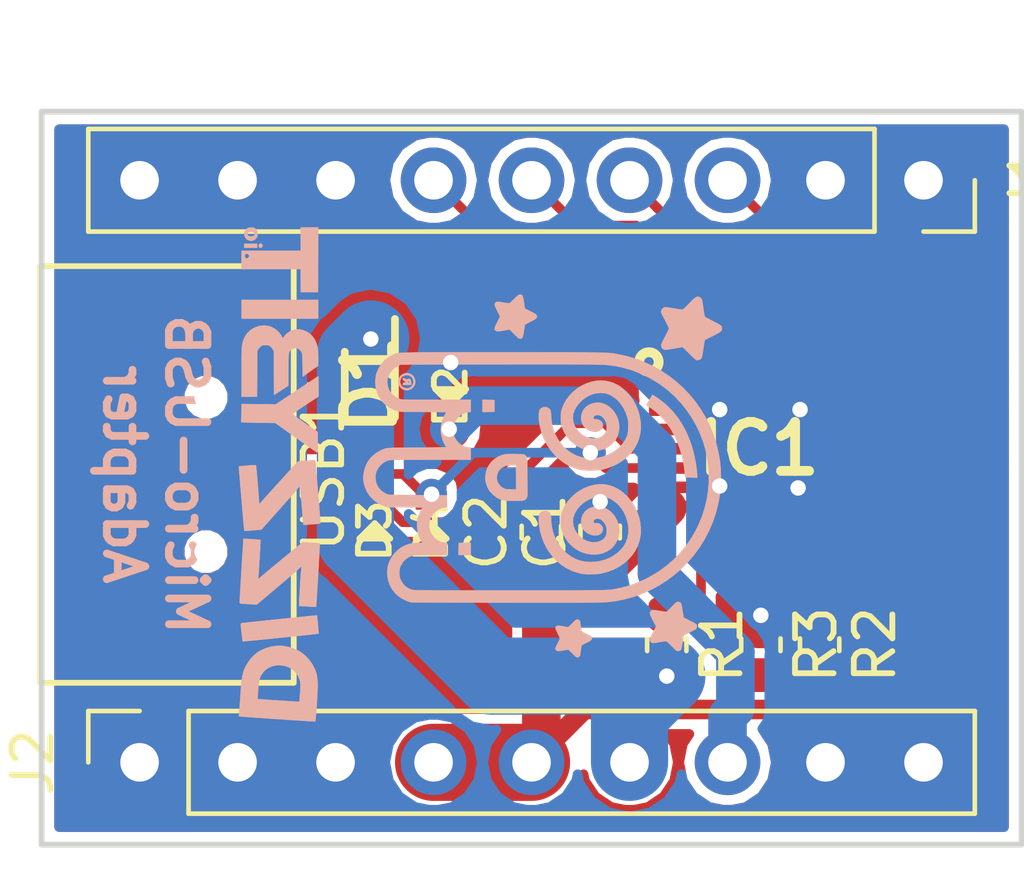
<source format=kicad_pcb>
(kicad_pcb (version 20171130) (host pcbnew "(5.0.2)-1")

  (general
    (thickness 1.6)
    (drawings 5)
    (tracks 98)
    (zones 0)
    (modules 14)
    (nets 13)
  )

  (page A4)
  (layers
    (0 F.Cu signal)
    (31 B.Cu signal)
    (32 B.Adhes user)
    (33 F.Adhes user)
    (34 B.Paste user)
    (35 F.Paste user)
    (36 B.SilkS user)
    (37 F.SilkS user hide)
    (38 B.Mask user)
    (39 F.Mask user)
    (40 Dwgs.User user)
    (41 Cmts.User user)
    (42 Eco1.User user)
    (43 Eco2.User user)
    (44 Edge.Cuts user)
    (45 Margin user)
    (46 B.CrtYd user)
    (47 F.CrtYd user hide)
    (48 B.Fab user hide)
    (49 F.Fab user)
  )

  (setup
    (last_trace_width 0.508)
    (user_trace_width 0.25)
    (user_trace_width 0.508)
    (user_trace_width 1)
    (user_trace_width 2)
    (trace_clearance 0.2)
    (zone_clearance 0.254)
    (zone_45_only no)
    (trace_min 0.2)
    (segment_width 0.2)
    (edge_width 0.15)
    (via_size 0.8)
    (via_drill 0.4)
    (via_min_size 0.4)
    (via_min_drill 0.3)
    (uvia_size 0.3)
    (uvia_drill 0.1)
    (uvias_allowed no)
    (uvia_min_size 0.2)
    (uvia_min_drill 0.1)
    (pcb_text_width 0.3)
    (pcb_text_size 1.5 1.5)
    (mod_edge_width 0.15)
    (mod_text_size 1 1)
    (mod_text_width 0.15)
    (pad_size 1.7 1.7)
    (pad_drill 1)
    (pad_to_mask_clearance 0.051)
    (solder_mask_min_width 0.25)
    (aux_axis_origin 0 0)
    (visible_elements 7FFFFFFF)
    (pcbplotparams
      (layerselection 0x010fc_ffffffff)
      (usegerberextensions false)
      (usegerberattributes false)
      (usegerberadvancedattributes false)
      (creategerberjobfile false)
      (excludeedgelayer true)
      (linewidth 0.100000)
      (plotframeref false)
      (viasonmask false)
      (mode 1)
      (useauxorigin false)
      (hpglpennumber 1)
      (hpglpenspeed 20)
      (hpglpendiameter 15.000000)
      (psnegative false)
      (psa4output false)
      (plotreference true)
      (plotvalue true)
      (plotinvisibletext false)
      (padsonsilk false)
      (subtractmaskfromsilk false)
      (outputformat 1)
      (mirror false)
      (drillshape 1)
      (scaleselection 1)
      (outputdirectory ""))
  )

  (net 0 "")
  (net 1 GND)
  (net 2 +3.3V)
  (net 3 EXT_5V)
  (net 4 VBUS)
  (net 5 USB_DP)
  (net 6 USB_DN)
  (net 7 "Net-(IC1-Pad8)")
  (net 8 "Net-(IC1-Pad9)")
  (net 9 RTS)
  (net 10 IO1)
  (net 11 IO3)
  (net 12 DTR)

  (net_class Default "This is the default net class."
    (clearance 0.2)
    (trace_width 0.25)
    (via_dia 0.8)
    (via_drill 0.4)
    (uvia_dia 0.3)
    (uvia_drill 0.1)
    (add_net +3.3V)
    (add_net DTR)
    (add_net EXT_5V)
    (add_net GND)
    (add_net IO1)
    (add_net IO3)
    (add_net "Net-(IC1-Pad8)")
    (add_net "Net-(IC1-Pad9)")
    (add_net RTS)
    (add_net USB_DN)
    (add_net USB_DP)
    (add_net VBUS)
  )

  (module Capacitor_SMD:C_0603_1608Metric (layer F.Cu) (tedit 5B301BBE) (tstamp 5D982E0A)
    (at 87.376 115.6461 90)
    (descr "Capacitor SMD 0603 (1608 Metric), square (rectangular) end terminal, IPC_7351 nominal, (Body size source: http://www.tortai-tech.com/upload/download/2011102023233369053.pdf), generated with kicad-footprint-generator")
    (tags capacitor)
    (path /5C84863E)
    (attr smd)
    (fp_text reference C1 (at 0 -1.43 90) (layer F.SilkS)
      (effects (font (size 1 1) (thickness 0.15)))
    )
    (fp_text value "C4.7uF/6.3V(20%)" (at 0 1.43 90) (layer F.Fab)
      (effects (font (size 1 1) (thickness 0.15)))
    )
    (fp_text user %R (at 0 0 90) (layer F.Fab)
      (effects (font (size 0.4 0.4) (thickness 0.06)))
    )
    (fp_line (start 1.48 0.73) (end -1.48 0.73) (layer F.CrtYd) (width 0.05))
    (fp_line (start 1.48 -0.73) (end 1.48 0.73) (layer F.CrtYd) (width 0.05))
    (fp_line (start -1.48 -0.73) (end 1.48 -0.73) (layer F.CrtYd) (width 0.05))
    (fp_line (start -1.48 0.73) (end -1.48 -0.73) (layer F.CrtYd) (width 0.05))
    (fp_line (start -0.162779 0.51) (end 0.162779 0.51) (layer F.SilkS) (width 0.12))
    (fp_line (start -0.162779 -0.51) (end 0.162779 -0.51) (layer F.SilkS) (width 0.12))
    (fp_line (start 0.8 0.4) (end -0.8 0.4) (layer F.Fab) (width 0.1))
    (fp_line (start 0.8 -0.4) (end 0.8 0.4) (layer F.Fab) (width 0.1))
    (fp_line (start -0.8 -0.4) (end 0.8 -0.4) (layer F.Fab) (width 0.1))
    (fp_line (start -0.8 0.4) (end -0.8 -0.4) (layer F.Fab) (width 0.1))
    (pad 2 smd roundrect (at 0.7875 0 90) (size 0.875 0.95) (layers F.Cu F.Paste F.Mask) (roundrect_rratio 0.25)
      (net 1 GND))
    (pad 1 smd roundrect (at -0.7875 0 90) (size 0.875 0.95) (layers F.Cu F.Paste F.Mask) (roundrect_rratio 0.25)
      (net 2 +3.3V))
    (model ${KISYS3DMOD}/Capacitor_SMD.3dshapes/C_0603_1608Metric.wrl
      (at (xyz 0 0 0))
      (scale (xyz 1 1 1))
      (rotate (xyz 0 0 0))
    )
  )

  (module Capacitor_SMD:C_0603_1608Metric (layer F.Cu) (tedit 5B301BBE) (tstamp 5D982E1B)
    (at 85.852 115.6461 90)
    (descr "Capacitor SMD 0603 (1608 Metric), square (rectangular) end terminal, IPC_7351 nominal, (Body size source: http://www.tortai-tech.com/upload/download/2011102023233369053.pdf), generated with kicad-footprint-generator")
    (tags capacitor)
    (path /5C848556)
    (attr smd)
    (fp_text reference C2 (at 0 -1.43 90) (layer F.SilkS)
      (effects (font (size 1 1) (thickness 0.15)))
    )
    (fp_text value "C0.1uF/50V(10%)" (at 0 1.43 90) (layer F.Fab)
      (effects (font (size 1 1) (thickness 0.15)))
    )
    (fp_line (start -0.8 0.4) (end -0.8 -0.4) (layer F.Fab) (width 0.1))
    (fp_line (start -0.8 -0.4) (end 0.8 -0.4) (layer F.Fab) (width 0.1))
    (fp_line (start 0.8 -0.4) (end 0.8 0.4) (layer F.Fab) (width 0.1))
    (fp_line (start 0.8 0.4) (end -0.8 0.4) (layer F.Fab) (width 0.1))
    (fp_line (start -0.162779 -0.51) (end 0.162779 -0.51) (layer F.SilkS) (width 0.12))
    (fp_line (start -0.162779 0.51) (end 0.162779 0.51) (layer F.SilkS) (width 0.12))
    (fp_line (start -1.48 0.73) (end -1.48 -0.73) (layer F.CrtYd) (width 0.05))
    (fp_line (start -1.48 -0.73) (end 1.48 -0.73) (layer F.CrtYd) (width 0.05))
    (fp_line (start 1.48 -0.73) (end 1.48 0.73) (layer F.CrtYd) (width 0.05))
    (fp_line (start 1.48 0.73) (end -1.48 0.73) (layer F.CrtYd) (width 0.05))
    (fp_text user %R (at 0 0 90) (layer F.Fab)
      (effects (font (size 0.4 0.4) (thickness 0.06)))
    )
    (pad 1 smd roundrect (at -0.7875 0 90) (size 0.875 0.95) (layers F.Cu F.Paste F.Mask) (roundrect_rratio 0.25)
      (net 2 +3.3V))
    (pad 2 smd roundrect (at 0.7875 0 90) (size 0.875 0.95) (layers F.Cu F.Paste F.Mask) (roundrect_rratio 0.25)
      (net 1 GND))
    (model ${KISYS3DMOD}/Capacitor_SMD.3dshapes/C_0603_1608Metric.wrl
      (at (xyz 0 0 0))
      (scale (xyz 1 1 1))
      (rotate (xyz 0 0 0))
    )
  )

  (module SOD2513X120N (layer F.Cu) (tedit 5C4824AB) (tstamp 5D982E2C)
    (at 81.407 111.8235 270)
    (descr SOD323)
    (tags "Schottky Diode")
    (path /5C61F296)
    (attr smd)
    (fp_text reference D1 (at 0 0 270) (layer F.SilkS)
      (effects (font (size 1.27 1.27) (thickness 0.254)))
    )
    (fp_text value BAT760,115 (at 0 0 270) (layer F.SilkS) hide
      (effects (font (size 1.27 1.27) (thickness 0.254)))
    )
    (fp_line (start -1.975 -1.15) (end 1.975 -1.15) (layer Dwgs.User) (width 0.05))
    (fp_line (start 1.975 -1.15) (end 1.975 1.15) (layer Dwgs.User) (width 0.05))
    (fp_line (start 1.975 1.15) (end -1.975 1.15) (layer Dwgs.User) (width 0.05))
    (fp_line (start -1.975 1.15) (end -1.975 -1.15) (layer Dwgs.User) (width 0.05))
    (fp_line (start -0.85 -0.65) (end 0.85 -0.65) (layer Dwgs.User) (width 0.1))
    (fp_line (start 0.85 -0.65) (end 0.85 0.65) (layer Dwgs.User) (width 0.1))
    (fp_line (start 0.85 0.65) (end -0.85 0.65) (layer Dwgs.User) (width 0.1))
    (fp_line (start -0.85 0.65) (end -0.85 -0.65) (layer Dwgs.User) (width 0.1))
    (fp_line (start -0.85 -0.112) (end -0.312 -0.65) (layer Dwgs.User) (width 0.1))
    (fp_line (start -1.7 -0.65) (end 0.85 -0.65) (layer F.SilkS) (width 0.2))
    (fp_line (start -0.85 0.65) (end 0.85 0.65) (layer F.SilkS) (width 0.2))
    (pad 1 smd rect (at -1.162 0) (size 0.5 1.075) (layers F.Cu F.Paste F.Mask)
      (net 3 EXT_5V))
    (pad 2 smd rect (at 1.162 0) (size 0.5 1.075) (layers F.Cu F.Paste F.Mask)
      (net 4 VBUS))
  )

  (module smd-semi:SOD-523 (layer F.Cu) (tedit 5783CFD4) (tstamp 5D982E43)
    (at 83.5025 112.141 90)
    (path /5C6BE3BC)
    (attr smd)
    (fp_text reference D2 (at 0 0 90) (layer F.SilkS)
      (effects (font (size 0.8 0.8) (thickness 0.15)))
    )
    (fp_text value T5V0S5-7 (at 0 0 90) (layer F.Fab)
      (effects (font (size 0.8 0.8) (thickness 0.15)))
    )
    (fp_line (start 0.2 0) (end 0 0) (layer F.SilkS) (width 0.15))
    (fp_line (start -0.1 0) (end 0.2 0.2) (layer F.SilkS) (width 0.15))
    (fp_line (start 0.2 -0.2) (end -0.1 0) (layer F.SilkS) (width 0.15))
    (fp_line (start -0.2 0) (end 0.2 -0.4) (layer F.SilkS) (width 0.15))
    (fp_line (start 0.2 0.4) (end -0.2 0) (layer F.SilkS) (width 0.15))
    (fp_line (start 0.2 -0.4) (end 0.2 0.4) (layer F.SilkS) (width 0.15))
    (fp_line (start -0.9 -0.6) (end -0.9 0.6) (layer F.Fab) (width 0.15))
    (fp_line (start -1 0.6) (end -1 -0.6) (layer F.Fab) (width 0.15))
    (fp_line (start -1.1 -0.6) (end -1.1 0.6) (layer F.Fab) (width 0.15))
    (fp_line (start 1.4 0.6) (end 1.4 -0.6) (layer F.Fab) (width 0.15))
    (fp_line (start -1.4 0.6) (end 1.4 0.6) (layer F.Fab) (width 0.15))
    (fp_line (start -1.4 -0.6) (end -1.4 0.6) (layer F.Fab) (width 0.15))
    (fp_line (start 1.4 -0.6) (end -1.4 -0.6) (layer F.Fab) (width 0.15))
    (fp_line (start -1.4 -0.65) (end 1.4 -0.65) (layer F.CrtYd) (width 0.15))
    (fp_line (start -1.4 0.65) (end -1.4 -0.65) (layer F.CrtYd) (width 0.15))
    (fp_line (start 1.4 0.65) (end -1.4 0.65) (layer F.CrtYd) (width 0.15))
    (fp_line (start 1.4 -0.65) (end 1.4 0.65) (layer F.CrtYd) (width 0.15))
    (pad 1 smd rect (at -0.85 0 90) (size 0.6 0.8) (layers F.Cu F.Paste F.Mask)
      (net 4 VBUS))
    (pad 2 smd rect (at 0.85 0 90) (size 0.6 0.8) (layers F.Cu F.Paste F.Mask)
      (net 1 GND))
    (model smd_diode/sod523.wrl
      (at (xyz 0 0 0))
      (scale (xyz 1 1 1))
      (rotate (xyz 0 0 180))
    )
  )

  (module smd-semi:SOD-523 (layer F.Cu) (tedit 5783CFD4) (tstamp 5D982E5A)
    (at 81.534 115.6161 270)
    (path /5D1542B5)
    (attr smd)
    (fp_text reference D3 (at 0 0 270) (layer F.SilkS)
      (effects (font (size 0.8 0.8) (thickness 0.15)))
    )
    (fp_text value T5V0S5-7 (at 0 0 270) (layer F.Fab)
      (effects (font (size 0.8 0.8) (thickness 0.15)))
    )
    (fp_line (start 1.4 -0.65) (end 1.4 0.65) (layer F.CrtYd) (width 0.15))
    (fp_line (start 1.4 0.65) (end -1.4 0.65) (layer F.CrtYd) (width 0.15))
    (fp_line (start -1.4 0.65) (end -1.4 -0.65) (layer F.CrtYd) (width 0.15))
    (fp_line (start -1.4 -0.65) (end 1.4 -0.65) (layer F.CrtYd) (width 0.15))
    (fp_line (start 1.4 -0.6) (end -1.4 -0.6) (layer F.Fab) (width 0.15))
    (fp_line (start -1.4 -0.6) (end -1.4 0.6) (layer F.Fab) (width 0.15))
    (fp_line (start -1.4 0.6) (end 1.4 0.6) (layer F.Fab) (width 0.15))
    (fp_line (start 1.4 0.6) (end 1.4 -0.6) (layer F.Fab) (width 0.15))
    (fp_line (start -1.1 -0.6) (end -1.1 0.6) (layer F.Fab) (width 0.15))
    (fp_line (start -1 0.6) (end -1 -0.6) (layer F.Fab) (width 0.15))
    (fp_line (start -0.9 -0.6) (end -0.9 0.6) (layer F.Fab) (width 0.15))
    (fp_line (start 0.2 -0.4) (end 0.2 0.4) (layer F.SilkS) (width 0.15))
    (fp_line (start 0.2 0.4) (end -0.2 0) (layer F.SilkS) (width 0.15))
    (fp_line (start -0.2 0) (end 0.2 -0.4) (layer F.SilkS) (width 0.15))
    (fp_line (start 0.2 -0.2) (end -0.1 0) (layer F.SilkS) (width 0.15))
    (fp_line (start -0.1 0) (end 0.2 0.2) (layer F.SilkS) (width 0.15))
    (fp_line (start 0.2 0) (end 0 0) (layer F.SilkS) (width 0.15))
    (pad 2 smd rect (at 0.85 0 270) (size 0.6 0.8) (layers F.Cu F.Paste F.Mask)
      (net 1 GND))
    (pad 1 smd rect (at -0.85 0 270) (size 0.6 0.8) (layers F.Cu F.Paste F.Mask)
      (net 5 USB_DP))
    (model smd_diode/sod523.wrl
      (at (xyz 0 0 0))
      (scale (xyz 1 1 1))
      (rotate (xyz 0 0 180))
    )
  )

  (module smd-semi:SOD-523 (layer F.Cu) (tedit 5783CFD4) (tstamp 5D982E71)
    (at 82.9945 115.6161 270)
    (path /5D154317)
    (attr smd)
    (fp_text reference D4 (at 0 0 270) (layer F.SilkS)
      (effects (font (size 0.8 0.8) (thickness 0.15)))
    )
    (fp_text value T5V0S5-7 (at 0 0 270) (layer F.Fab)
      (effects (font (size 0.8 0.8) (thickness 0.15)))
    )
    (fp_line (start 0.2 0) (end 0 0) (layer F.SilkS) (width 0.15))
    (fp_line (start -0.1 0) (end 0.2 0.2) (layer F.SilkS) (width 0.15))
    (fp_line (start 0.2 -0.2) (end -0.1 0) (layer F.SilkS) (width 0.15))
    (fp_line (start -0.2 0) (end 0.2 -0.4) (layer F.SilkS) (width 0.15))
    (fp_line (start 0.2 0.4) (end -0.2 0) (layer F.SilkS) (width 0.15))
    (fp_line (start 0.2 -0.4) (end 0.2 0.4) (layer F.SilkS) (width 0.15))
    (fp_line (start -0.9 -0.6) (end -0.9 0.6) (layer F.Fab) (width 0.15))
    (fp_line (start -1 0.6) (end -1 -0.6) (layer F.Fab) (width 0.15))
    (fp_line (start -1.1 -0.6) (end -1.1 0.6) (layer F.Fab) (width 0.15))
    (fp_line (start 1.4 0.6) (end 1.4 -0.6) (layer F.Fab) (width 0.15))
    (fp_line (start -1.4 0.6) (end 1.4 0.6) (layer F.Fab) (width 0.15))
    (fp_line (start -1.4 -0.6) (end -1.4 0.6) (layer F.Fab) (width 0.15))
    (fp_line (start 1.4 -0.6) (end -1.4 -0.6) (layer F.Fab) (width 0.15))
    (fp_line (start -1.4 -0.65) (end 1.4 -0.65) (layer F.CrtYd) (width 0.15))
    (fp_line (start -1.4 0.65) (end -1.4 -0.65) (layer F.CrtYd) (width 0.15))
    (fp_line (start 1.4 0.65) (end -1.4 0.65) (layer F.CrtYd) (width 0.15))
    (fp_line (start 1.4 -0.65) (end 1.4 0.65) (layer F.CrtYd) (width 0.15))
    (pad 1 smd rect (at -0.85 0 270) (size 0.6 0.8) (layers F.Cu F.Paste F.Mask)
      (net 6 USB_DN))
    (pad 2 smd rect (at 0.85 0 270) (size 0.6 0.8) (layers F.Cu F.Paste F.Mask)
      (net 1 GND))
    (model smd_diode/sod523.wrl
      (at (xyz 0 0 0))
      (scale (xyz 1 1 1))
      (rotate (xyz 0 0 180))
    )
  )

  (module SamacSys_Parts:QFN50P500X500X80-29N-D (layer F.Cu) (tedit 5C48A073) (tstamp 5D982E9C)
    (at 91.4908 113.4872)
    (descr CP2102N-A01-GQFN28R)
    (tags "Integrated Circuit")
    (path /5C70D27B)
    (attr smd)
    (fp_text reference IC1 (at 0 0) (layer F.SilkS)
      (effects (font (size 1.27 1.27) (thickness 0.254)))
    )
    (fp_text value CP2102N-A01-GQFN28R (at 0 0) (layer F.SilkS) hide
      (effects (font (size 1.27 1.27) (thickness 0.254)))
    )
    (fp_line (start -3.1 -3.1) (end 3.1 -3.1) (layer Dwgs.User) (width 0.05))
    (fp_line (start 3.1 -3.1) (end 3.1 3.1) (layer Dwgs.User) (width 0.05))
    (fp_line (start 3.1 3.1) (end -3.1 3.1) (layer Dwgs.User) (width 0.05))
    (fp_line (start -3.1 3.1) (end -3.1 -3.1) (layer Dwgs.User) (width 0.05))
    (fp_line (start -2.5 -2.5) (end 2.5 -2.5) (layer Dwgs.User) (width 0.1))
    (fp_line (start 2.5 -2.5) (end 2.5 2.5) (layer Dwgs.User) (width 0.1))
    (fp_line (start 2.5 2.5) (end -2.5 2.5) (layer Dwgs.User) (width 0.1))
    (fp_line (start -2.5 2.5) (end -2.5 -2.5) (layer Dwgs.User) (width 0.1))
    (fp_line (start -2.5 -2) (end -2 -2.5) (layer Dwgs.User) (width 0.1))
    (fp_circle (center -2.85 -2.25) (end -2.725 -2.25) (layer F.SilkS) (width 0.254))
    (pad 1 smd rect (at -2.35 -1.5 90) (size 0.3 1) (layers F.Cu F.Paste F.Mask))
    (pad 2 smd rect (at -2.35 -1 90) (size 0.3 1) (layers F.Cu F.Paste F.Mask))
    (pad 3 smd rect (at -2.35 -0.5 90) (size 0.3 1) (layers F.Cu F.Paste F.Mask)
      (net 1 GND))
    (pad 4 smd rect (at -2.35 0 90) (size 0.3 1) (layers F.Cu F.Paste F.Mask)
      (net 5 USB_DP))
    (pad 5 smd rect (at -2.35 0.5 90) (size 0.3 1) (layers F.Cu F.Paste F.Mask)
      (net 6 USB_DN))
    (pad 6 smd rect (at -2.35 1 90) (size 0.3 1) (layers F.Cu F.Paste F.Mask)
      (net 2 +3.3V))
    (pad 7 smd rect (at -2.35 1.5 90) (size 0.3 1) (layers F.Cu F.Paste F.Mask)
      (net 2 +3.3V))
    (pad 8 smd rect (at -1.5 2.35) (size 0.3 1) (layers F.Cu F.Paste F.Mask)
      (net 7 "Net-(IC1-Pad8)"))
    (pad 9 smd rect (at -1 2.35) (size 0.3 1) (layers F.Cu F.Paste F.Mask)
      (net 8 "Net-(IC1-Pad9)"))
    (pad 10 smd rect (at -0.5 2.35) (size 0.3 1) (layers F.Cu F.Paste F.Mask))
    (pad 11 smd rect (at 0 2.35) (size 0.3 1) (layers F.Cu F.Paste F.Mask))
    (pad 12 smd rect (at 0.5 2.35) (size 0.3 1) (layers F.Cu F.Paste F.Mask))
    (pad 13 smd rect (at 1 2.35) (size 0.3 1) (layers F.Cu F.Paste F.Mask))
    (pad 14 smd rect (at 1.5 2.35) (size 0.3 1) (layers F.Cu F.Paste F.Mask))
    (pad 15 smd rect (at 2.35 1.5 90) (size 0.3 1) (layers F.Cu F.Paste F.Mask))
    (pad 16 smd rect (at 2.35 1 90) (size 0.3 1) (layers F.Cu F.Paste F.Mask))
    (pad 17 smd rect (at 2.35 0.5 90) (size 0.3 1) (layers F.Cu F.Paste F.Mask))
    (pad 18 smd rect (at 2.35 0 90) (size 0.3 1) (layers F.Cu F.Paste F.Mask))
    (pad 19 smd rect (at 2.35 -0.5 90) (size 0.3 1) (layers F.Cu F.Paste F.Mask))
    (pad 20 smd rect (at 2.35 -1 90) (size 0.3 1) (layers F.Cu F.Paste F.Mask))
    (pad 21 smd rect (at 2.35 -1.5 90) (size 0.3 1) (layers F.Cu F.Paste F.Mask))
    (pad 22 smd rect (at 1.5 -2.35) (size 0.3 1) (layers F.Cu F.Paste F.Mask))
    (pad 23 smd rect (at 1 -2.35) (size 0.3 1) (layers F.Cu F.Paste F.Mask))
    (pad 24 smd rect (at 0.5 -2.35) (size 0.3 1) (layers F.Cu F.Paste F.Mask)
      (net 9 RTS))
    (pad 25 smd rect (at 0 -2.35) (size 0.3 1) (layers F.Cu F.Paste F.Mask)
      (net 10 IO1))
    (pad 26 smd rect (at -0.5 -2.35) (size 0.3 1) (layers F.Cu F.Paste F.Mask)
      (net 11 IO3))
    (pad 27 smd rect (at -1 -2.35) (size 0.3 1) (layers F.Cu F.Paste F.Mask))
    (pad 28 smd rect (at -1.5 -2.35) (size 0.3 1) (layers F.Cu F.Paste F.Mask)
      (net 12 DTR))
    (pad 29 smd rect (at 0 0) (size 3.35 3.35) (layers F.Cu F.Paste F.Mask)
      (net 1 GND))
  )

  (module Capacitor_SMD:C_0603_1608Metric (layer F.Cu) (tedit 5B301BBE) (tstamp 5D982EC2)
    (at 89.1032 118.5672 270)
    (descr "Capacitor SMD 0603 (1608 Metric), square (rectangular) end terminal, IPC_7351 nominal, (Body size source: http://www.tortai-tech.com/upload/download/2011102023233369053.pdf), generated with kicad-footprint-generator")
    (tags capacitor)
    (path /5C92F030)
    (attr smd)
    (fp_text reference R1 (at 0 -1.43 270) (layer F.SilkS)
      (effects (font (size 1 1) (thickness 0.15)))
    )
    (fp_text value "R22.1K(1%)" (at 0 1.43 270) (layer F.Fab)
      (effects (font (size 1 1) (thickness 0.15)))
    )
    (fp_line (start -0.8 0.4) (end -0.8 -0.4) (layer F.Fab) (width 0.1))
    (fp_line (start -0.8 -0.4) (end 0.8 -0.4) (layer F.Fab) (width 0.1))
    (fp_line (start 0.8 -0.4) (end 0.8 0.4) (layer F.Fab) (width 0.1))
    (fp_line (start 0.8 0.4) (end -0.8 0.4) (layer F.Fab) (width 0.1))
    (fp_line (start -0.162779 -0.51) (end 0.162779 -0.51) (layer F.SilkS) (width 0.12))
    (fp_line (start -0.162779 0.51) (end 0.162779 0.51) (layer F.SilkS) (width 0.12))
    (fp_line (start -1.48 0.73) (end -1.48 -0.73) (layer F.CrtYd) (width 0.05))
    (fp_line (start -1.48 -0.73) (end 1.48 -0.73) (layer F.CrtYd) (width 0.05))
    (fp_line (start 1.48 -0.73) (end 1.48 0.73) (layer F.CrtYd) (width 0.05))
    (fp_line (start 1.48 0.73) (end -1.48 0.73) (layer F.CrtYd) (width 0.05))
    (fp_text user %R (at 0 0 270) (layer F.Fab)
      (effects (font (size 0.4 0.4) (thickness 0.06)))
    )
    (pad 1 smd roundrect (at -0.7875 0 270) (size 0.875 0.95) (layers F.Cu F.Paste F.Mask) (roundrect_rratio 0.25)
      (net 7 "Net-(IC1-Pad8)"))
    (pad 2 smd roundrect (at 0.7875 0 270) (size 0.875 0.95) (layers F.Cu F.Paste F.Mask) (roundrect_rratio 0.25)
      (net 3 EXT_5V))
    (model ${KISYS3DMOD}/Capacitor_SMD.3dshapes/C_0603_1608Metric.wrl
      (at (xyz 0 0 0))
      (scale (xyz 1 1 1))
      (rotate (xyz 0 0 0))
    )
  )

  (module Resistor_SMD:R_0603_1608Metric (layer F.Cu) (tedit 5B301BBD) (tstamp 5D982ED3)
    (at 93.0656 118.5672 270)
    (descr "Resistor SMD 0603 (1608 Metric), square (rectangular) end terminal, IPC_7351 nominal, (Body size source: http://www.tortai-tech.com/upload/download/2011102023233369053.pdf), generated with kicad-footprint-generator")
    (tags resistor)
    (path /5C93C920)
    (attr smd)
    (fp_text reference R2 (at 0 -1.43 270) (layer F.SilkS)
      (effects (font (size 1 1) (thickness 0.15)))
    )
    (fp_text value "R2Kohm(5%)" (at 0 1.43 270) (layer F.Fab)
      (effects (font (size 1 1) (thickness 0.15)))
    )
    (fp_line (start -0.8 0.4) (end -0.8 -0.4) (layer F.Fab) (width 0.1))
    (fp_line (start -0.8 -0.4) (end 0.8 -0.4) (layer F.Fab) (width 0.1))
    (fp_line (start 0.8 -0.4) (end 0.8 0.4) (layer F.Fab) (width 0.1))
    (fp_line (start 0.8 0.4) (end -0.8 0.4) (layer F.Fab) (width 0.1))
    (fp_line (start -0.162779 -0.51) (end 0.162779 -0.51) (layer F.SilkS) (width 0.12))
    (fp_line (start -0.162779 0.51) (end 0.162779 0.51) (layer F.SilkS) (width 0.12))
    (fp_line (start -1.48 0.73) (end -1.48 -0.73) (layer F.CrtYd) (width 0.05))
    (fp_line (start -1.48 -0.73) (end 1.48 -0.73) (layer F.CrtYd) (width 0.05))
    (fp_line (start 1.48 -0.73) (end 1.48 0.73) (layer F.CrtYd) (width 0.05))
    (fp_line (start 1.48 0.73) (end -1.48 0.73) (layer F.CrtYd) (width 0.05))
    (fp_text user %R (at 0 0 270) (layer F.Fab)
      (effects (font (size 0.4 0.4) (thickness 0.06)))
    )
    (pad 1 smd roundrect (at -0.7875 0 270) (size 0.875 0.95) (layers F.Cu F.Paste F.Mask) (roundrect_rratio 0.25)
      (net 8 "Net-(IC1-Pad9)"))
    (pad 2 smd roundrect (at 0.7875 0 270) (size 0.875 0.95) (layers F.Cu F.Paste F.Mask) (roundrect_rratio 0.25)
      (net 2 +3.3V))
    (model ${KISYS3DMOD}/Resistor_SMD.3dshapes/R_0603_1608Metric.wrl
      (at (xyz 0 0 0))
      (scale (xyz 1 1 1))
      (rotate (xyz 0 0 0))
    )
  )

  (module Capacitor_SMD:C_0603_1608Metric (layer F.Cu) (tedit 5B301BBE) (tstamp 5D982EE4)
    (at 91.5416 118.5672 270)
    (descr "Capacitor SMD 0603 (1608 Metric), square (rectangular) end terminal, IPC_7351 nominal, (Body size source: http://www.tortai-tech.com/upload/download/2011102023233369053.pdf), generated with kicad-footprint-generator")
    (tags capacitor)
    (path /5C92F102)
    (attr smd)
    (fp_text reference R3 (at 0 -1.43 270) (layer F.SilkS)
      (effects (font (size 1 1) (thickness 0.15)))
    )
    (fp_text value "R47.5K(1%)" (at 0 1.43 270) (layer F.Fab)
      (effects (font (size 1 1) (thickness 0.15)))
    )
    (fp_text user %R (at 0 0 270) (layer F.Fab)
      (effects (font (size 0.4 0.4) (thickness 0.06)))
    )
    (fp_line (start 1.48 0.73) (end -1.48 0.73) (layer F.CrtYd) (width 0.05))
    (fp_line (start 1.48 -0.73) (end 1.48 0.73) (layer F.CrtYd) (width 0.05))
    (fp_line (start -1.48 -0.73) (end 1.48 -0.73) (layer F.CrtYd) (width 0.05))
    (fp_line (start -1.48 0.73) (end -1.48 -0.73) (layer F.CrtYd) (width 0.05))
    (fp_line (start -0.162779 0.51) (end 0.162779 0.51) (layer F.SilkS) (width 0.12))
    (fp_line (start -0.162779 -0.51) (end 0.162779 -0.51) (layer F.SilkS) (width 0.12))
    (fp_line (start 0.8 0.4) (end -0.8 0.4) (layer F.Fab) (width 0.1))
    (fp_line (start 0.8 -0.4) (end 0.8 0.4) (layer F.Fab) (width 0.1))
    (fp_line (start -0.8 -0.4) (end 0.8 -0.4) (layer F.Fab) (width 0.1))
    (fp_line (start -0.8 0.4) (end -0.8 -0.4) (layer F.Fab) (width 0.1))
    (pad 2 smd roundrect (at 0.7875 0 270) (size 0.875 0.95) (layers F.Cu F.Paste F.Mask) (roundrect_rratio 0.25)
      (net 7 "Net-(IC1-Pad8)"))
    (pad 1 smd roundrect (at -0.7875 0 270) (size 0.875 0.95) (layers F.Cu F.Paste F.Mask) (roundrect_rratio 0.25)
      (net 1 GND))
    (model ${KISYS3DMOD}/Capacitor_SMD.3dshapes/C_0603_1608Metric.wrl
      (at (xyz 0 0 0))
      (scale (xyz 1 1 1))
      (rotate (xyz 0 0 0))
    )
  )

  (module undo:DizzyBIT_silk_20 (layer B.Cu) (tedit 0) (tstamp 5D982F00)
    (at 84.2772 114.165622 90)
    (path /5C903A70)
    (fp_text reference U1 (at 0 0 90) (layer B.SilkS) hide
      (effects (font (size 1.524 1.524) (thickness 0.3)) (justify mirror))
    )
    (fp_text value DizzyBITLogo (at 0.75 0 90) (layer B.SilkS) hide
      (effects (font (size 1.524 1.524) (thickness 0.3)) (justify mirror))
    )
    (fp_poly (pts (xy -5.406996 -4.22394) (xy -5.333933 -4.226817) (xy -5.269197 -4.232587) (xy -5.210901 -4.241378)
      (xy -5.157156 -4.253315) (xy -5.106075 -4.268525) (xy -5.055772 -4.287134) (xy -5.004359 -4.309269)
      (xy -4.995659 -4.313258) (xy -4.88964 -4.371821) (xy -4.788217 -4.446225) (xy -4.695502 -4.532787)
      (xy -4.615607 -4.627819) (xy -4.5722 -4.692881) (xy -4.525554 -4.784268) (xy -4.486114 -4.88845)
      (xy -4.455562 -4.999242) (xy -4.435582 -5.110459) (xy -4.427859 -5.215915) (xy -4.427821 -5.223308)
      (xy -4.43633 -5.344109) (xy -4.46078 -5.46775) (xy -4.499548 -5.588928) (xy -4.551015 -5.702343)
      (xy -4.598279 -5.781046) (xy -4.650168 -5.846789) (xy -4.71607 -5.913945) (xy -4.791051 -5.978293)
      (xy -4.870177 -6.03561) (xy -4.948514 -6.081675) (xy -4.951167 -6.083025) (xy -4.997146 -6.105537)
      (xy -5.040772 -6.124912) (xy -5.084165 -6.141539) (xy -5.129447 -6.155807) (xy -5.178739 -6.168104)
      (xy -5.234162 -6.178818) (xy -5.297837 -6.188338) (xy -5.371885 -6.197052) (xy -5.458428 -6.205348)
      (xy -5.559587 -6.213614) (xy -5.677482 -6.22224) (xy -5.732296 -6.22605) (xy -5.82435 -6.23241)
      (xy -5.911798 -6.238516) (xy -5.992343 -6.244203) (xy -6.063688 -6.249306) (xy -6.123535 -6.253659)
      (xy -6.169586 -6.257099) (xy -6.199545 -6.259458) (xy -6.208637 -6.260267) (xy -6.255056 -6.264936)
      (xy -6.260472 -6.223461) (xy -6.262228 -6.205343) (xy -6.265106 -6.169835) (xy -6.268996 -6.118565)
      (xy -6.273788 -6.05316) (xy -6.279373 -5.975247) (xy -6.285642 -5.886453) (xy -6.292486 -5.788407)
      (xy -6.299795 -5.682735) (xy -6.307459 -5.571064) (xy -6.31537 -5.455022) (xy -6.323418 -5.336236)
      (xy -6.331494 -5.216333) (xy -6.339489 -5.096941) (xy -6.347292 -4.979687) (xy -6.354795 -4.866198)
      (xy -6.361888 -4.758102) (xy -6.365051 -4.709464) (xy -5.878704 -4.709464) (xy -5.877667 -4.737378)
      (xy -5.875529 -4.780674) (xy -5.872428 -4.837183) (xy -5.868502 -4.904738) (xy -5.86389 -4.981169)
      (xy -5.858729 -5.06431) (xy -5.853156 -5.151991) (xy -5.847309 -5.242043) (xy -5.841327 -5.3323)
      (xy -5.835348 -5.420592) (xy -5.829508 -5.504751) (xy -5.823946 -5.582609) (xy -5.818799 -5.651997)
      (xy -5.814206 -5.710747) (xy -5.814193 -5.710909) (xy -5.808317 -5.783413) (xy -5.743128 -5.777719)
      (xy -5.709505 -5.774975) (xy -5.661703 -5.771329) (xy -5.605263 -5.767192) (xy -5.545727 -5.762975)
      (xy -5.524747 -5.761526) (xy -5.441296 -5.754787) (xy -5.373707 -5.746711) (xy -5.31808 -5.736453)
      (xy -5.270516 -5.72317) (xy -5.227117 -5.706016) (xy -5.19504 -5.690149) (xy -5.115019 -5.636895)
      (xy -5.048467 -5.570313) (xy -4.996123 -5.492196) (xy -4.958727 -5.404341) (xy -4.93702 -5.308542)
      (xy -4.931741 -5.206594) (xy -4.943632 -5.100292) (xy -4.946307 -5.087048) (xy -4.975944 -4.991981)
      (xy -5.021714 -4.90546) (xy -5.08165 -4.829411) (xy -5.153784 -4.765758) (xy -5.236148 -4.716426)
      (xy -5.326777 -4.68334) (xy -5.367951 -4.674561) (xy -5.396317 -4.670714) (xy -5.427954 -4.668586)
      (xy -5.466118 -4.668221) (xy -5.514068 -4.669659) (xy -5.575062 -4.672946) (xy -5.652357 -4.678122)
      (xy -5.655345 -4.678334) (xy -5.718904 -4.683067) (xy -5.775635 -4.687696) (xy -5.82264 -4.691951)
      (xy -5.857016 -4.695563) (xy -5.875865 -4.698262) (xy -5.878504 -4.699101) (xy -5.878704 -4.709464)
      (xy -6.365051 -4.709464) (xy -6.368462 -4.657026) (xy -6.374408 -4.564597) (xy -6.379617 -4.482443)
      (xy -6.383978 -4.41219) (xy -6.387383 -4.355467) (xy -6.389722 -4.3139) (xy -6.390886 -4.289117)
      (xy -6.390896 -4.282466) (xy -6.380521 -4.28096) (xy -6.352466 -4.278258) (xy -6.308768 -4.274523)
      (xy -6.251466 -4.269915) (xy -6.1826 -4.264598) (xy -6.104208 -4.258731) (xy -6.018328 -4.252478)
      (xy -5.963264 -4.248551) (xy -5.820258 -4.23885) (xy -5.695016 -4.231413) (xy -5.58565 -4.226364)
      (xy -5.490272 -4.223831) (xy -5.406996 -4.22394)) (layer B.SilkS) (width 0.01))
    (fp_poly (pts (xy -1.233171 -4.151403) (xy -1.202639 -4.153626) (xy -1.15622 -4.157196) (xy -1.095687 -4.161965)
      (xy -1.022817 -4.167788) (xy -0.939382 -4.174517) (xy -0.847159 -4.182005) (xy -0.747921 -4.190106)
      (xy -0.643444 -4.198672) (xy -0.535503 -4.207557) (xy -0.425872 -4.216613) (xy -0.316325 -4.225694)
      (xy -0.208639 -4.234654) (xy -0.104587 -4.243344) (xy -0.005944 -4.251619) (xy 0.085515 -4.25933)
      (xy 0.168016 -4.266333) (xy 0.239783 -4.272479) (xy 0.299041 -4.277621) (xy 0.344017 -4.281614)
      (xy 0.372935 -4.284309) (xy 0.38402 -4.28556) (xy 0.384076 -4.285583) (xy 0.384349 -4.29576)
      (xy 0.383132 -4.322789) (xy 0.380608 -4.363828) (xy 0.376958 -4.416033) (xy 0.372364 -4.47656)
      (xy 0.36994 -4.506953) (xy 0.352234 -4.725663) (xy 0.292245 -4.782861) (xy 0.26663 -4.806932)
      (xy 0.22844 -4.842336) (xy 0.179403 -4.887503) (xy 0.121246 -4.940863) (xy 0.055698 -5.000843)
      (xy -0.015514 -5.065873) (xy -0.090661 -5.134383) (xy -0.168016 -5.2048) (xy -0.24585 -5.275554)
      (xy -0.322437 -5.345073) (xy -0.396047 -5.411788) (xy -0.464953 -5.474126) (xy -0.527428 -5.530517)
      (xy -0.581742 -5.579389) (xy -0.626169 -5.619172) (xy -0.658981 -5.648295) (xy -0.674328 -5.661682)
      (xy -0.762305 -5.737238) (xy -0.670238 -5.744003) (xy -0.571511 -5.751371) (xy -0.470345 -5.759131)
      (xy -0.368689 -5.767116) (xy -0.268492 -5.77516) (xy -0.171701 -5.783098) (xy -0.080267 -5.790763)
      (xy 0.003862 -5.797989) (xy 0.078737 -5.80461) (xy 0.142409 -5.81046) (xy 0.192929 -5.815373)
      (xy 0.228349 -5.819184) (xy 0.246719 -5.821725) (xy 0.248794 -5.822304) (xy 0.252268 -5.831854)
      (xy 0.25349 -5.855724) (xy 0.252426 -5.895243) (xy 0.24904 -5.951743) (xy 0.243407 -6.025219)
      (xy 0.238448 -6.08679) (xy 0.234109 -6.142744) (xy 0.230641 -6.189664) (xy 0.228296 -6.224134)
      (xy 0.227326 -6.242739) (xy 0.227314 -6.243755) (xy 0.224132 -6.259131) (xy 0.210765 -6.264674)
      (xy 0.195195 -6.264834) (xy 0.180533 -6.263841) (xy 0.147712 -6.261309) (xy 0.09827 -6.257367)
      (xy 0.033745 -6.25214) (xy -0.044325 -6.245755) (xy -0.134403 -6.238339) (xy -0.234951 -6.230016)
      (xy -0.344432 -6.220915) (xy -0.461307 -6.211161) (xy -0.584039 -6.200881) (xy -0.641155 -6.196085)
      (xy -0.765229 -6.185613) (xy -0.883551 -6.17554) (xy -0.994652 -6.165996) (xy -1.097062 -6.157113)
      (xy -1.189312 -6.149019) (xy -1.269934 -6.141845) (xy -1.337458 -6.135722) (xy -1.390415 -6.130779)
      (xy -1.427336 -6.127146) (xy -1.446752 -6.124955) (xy -1.449433 -6.124445) (xy -1.449803 -6.113859)
      (xy -1.448601 -6.086437) (xy -1.446016 -6.04503) (xy -1.442232 -5.992489) (xy -1.437436 -5.931665)
      (xy -1.434767 -5.899638) (xy -1.416052 -5.678879) (xy -1.386391 -5.6537) (xy -1.373952 -5.642835)
      (xy -1.348094 -5.620003) (xy -1.310151 -5.586388) (xy -1.261458 -5.543177) (xy -1.20335 -5.491556)
      (xy -1.137163 -5.432711) (xy -1.06423 -5.367829) (xy -0.985887 -5.298094) (xy -0.903469 -5.224694)
      (xy -0.881398 -5.205032) (xy -0.796796 -5.129812) (xy -0.71481 -5.057218) (xy -0.63692 -4.988538)
      (xy -0.564605 -4.925065) (xy -0.499345 -4.86809) (xy -0.44262 -4.818904) (xy -0.39591 -4.778798)
      (xy -0.360694 -4.749064) (xy -0.338452 -4.730992) (xy -0.335916 -4.729058) (xy -0.265764 -4.676574)
      (xy -0.33796 -4.671262) (xy -0.420632 -4.665085) (xy -0.509314 -4.658292) (xy -0.601936 -4.651054)
      (xy -0.696431 -4.643545) (xy -0.790731 -4.635936) (xy -0.882768 -4.6284) (xy -0.970473 -4.62111)
      (xy -1.05178 -4.614239) (xy -1.12462 -4.607958) (xy -1.186925 -4.60244) (xy -1.236628 -4.597857)
      (xy -1.271659 -4.594383) (xy -1.289952 -4.592189) (xy -1.292161 -4.591678) (xy -1.292776 -4.580876)
      (xy -1.29186 -4.553264) (xy -1.28958 -4.511727) (xy -1.286104 -4.459147) (xy -1.281598 -4.398409)
      (xy -1.27926 -4.368952) (xy -1.273226 -4.296717) (xy -1.268126 -4.241943) (xy -1.263617 -4.202368)
      (xy -1.259353 -4.175726) (xy -1.25499 -4.159755) (xy -1.250184 -4.152191) (xy -1.246039 -4.150673)
      (xy -1.233171 -4.151403)) (layer B.SilkS) (width 0.01))
    (fp_poly (pts (xy -1.777209 -4.169792) (xy -1.77667 -4.169936) (xy -1.773995 -4.181271) (xy -1.770558 -4.209415)
      (xy -1.766623 -4.251437) (xy -1.762453 -4.304406) (xy -1.758311 -4.36539) (xy -1.756608 -4.393292)
      (xy -1.743805 -4.61022) (xy -2.138745 -5.089721) (xy -2.210861 -5.177201) (xy -2.281458 -5.262692)
      (xy -2.349155 -5.344533) (xy -2.412575 -5.421064) (xy -2.470338 -5.490623) (xy -2.521066 -5.551551)
      (xy -2.563379 -5.602187) (xy -2.595898 -5.640869) (xy -2.617225 -5.665915) (xy -2.648107 -5.702219)
      (xy -2.673234 -5.732832) (xy -2.690311 -5.754874) (xy -2.697039 -5.765466) (xy -2.696977 -5.765931)
      (xy -2.685994 -5.766502) (xy -2.660956 -5.764759) (xy -2.628949 -5.761274) (xy -2.60355 -5.75874)
      (xy -2.562748 -5.755432) (xy -2.508883 -5.751488) (xy -2.444294 -5.747048) (xy -2.371319 -5.74225)
      (xy -2.292297 -5.737231) (xy -2.209566 -5.73213) (xy -2.125467 -5.727086) (xy -2.042337 -5.722237)
      (xy -1.962515 -5.71772) (xy -1.88834 -5.713676) (xy -1.822151 -5.710241) (xy -1.766287 -5.707554)
      (xy -1.723086 -5.705753) (xy -1.694887 -5.704978) (xy -1.684029 -5.705365) (xy -1.684006 -5.705384)
      (xy -1.682088 -5.716108) (xy -1.679383 -5.743066) (xy -1.67611 -5.782791) (xy -1.672489 -5.831818)
      (xy -1.668739 -5.886681) (xy -1.665078 -5.943912) (xy -1.661725 -6.000048) (xy -1.6589 -6.051621)
      (xy -1.656822 -6.095165) (xy -1.655709 -6.127214) (xy -1.655781 -6.144303) (xy -1.656153 -6.146141)
      (xy -1.666146 -6.147162) (xy -1.694104 -6.149232) (xy -1.738259 -6.152244) (xy -1.796843 -6.156091)
      (xy -1.86809 -6.160667) (xy -1.95023 -6.165863) (xy -2.041496 -6.171573) (xy -2.140121 -6.17769)
      (xy -2.244336 -6.184105) (xy -2.352375 -6.190713) (xy -2.462468 -6.197406) (xy -2.572849 -6.204076)
      (xy -2.68175 -6.210617) (xy -2.787403 -6.216922) (xy -2.88804 -6.222883) (xy -2.981893 -6.228393)
      (xy -3.067195 -6.233344) (xy -3.142178 -6.237631) (xy -3.205074 -6.241145) (xy -3.254116 -6.243779)
      (xy -3.287535 -6.245427) (xy -3.302877 -6.245978) (xy -3.319915 -6.243998) (xy -3.328861 -6.23406)
      (xy -3.333799 -6.210796) (xy -3.334646 -6.204222) (xy -3.336892 -6.180709) (xy -3.339892 -6.141585)
      (xy -3.343362 -6.090977) (xy -3.347017 -6.033014) (xy -3.350006 -5.981913) (xy -3.36017 -5.801607)
      (xy -2.928258 -5.290084) (xy -2.853213 -5.201378) (xy -2.780333 -5.115559) (xy -2.710871 -5.034083)
      (xy -2.646081 -4.958405) (xy -2.587217 -4.889982) (xy -2.535534 -4.830269) (xy -2.492284 -4.780723)
      (xy -2.458722 -4.742799) (xy -2.436102 -4.717953) (xy -2.430246 -4.711848) (xy -2.403338 -4.684784)
      (xy -2.385811 -4.665608) (xy -2.379284 -4.653306) (xy -2.385378 -4.646861) (xy -2.405712 -4.64526)
      (xy -2.441906 -4.647486) (xy -2.495578 -4.652525) (xy -2.520988 -4.654976) (xy -2.557456 -4.65808)
      (xy -2.609017 -4.661935) (xy -2.672782 -4.666369) (xy -2.745861 -4.671208) (xy -2.825363 -4.676279)
      (xy -2.908399 -4.681409) (xy -2.992079 -4.686426) (xy -3.073513 -4.691155) (xy -3.149811 -4.695424)
      (xy -3.218084 -4.699059) (xy -3.27544 -4.701888) (xy -3.318992 -4.703738) (xy -3.345848 -4.704435)
      (xy -3.346653 -4.704436) (xy -3.396687 -4.704436) (xy -3.4091 -4.486308) (xy -3.412535 -4.422804)
      (xy -3.415252 -4.366221) (xy -3.417143 -4.319437) (xy -3.418097 -4.285328) (xy -3.418004 -4.266769)
      (xy -3.417588 -4.264255) (xy -3.407031 -4.262758) (xy -3.378523 -4.260313) (xy -3.333843 -4.257023)
      (xy -3.274768 -4.252989) (xy -3.203078 -4.248314) (xy -3.120549 -4.243101) (xy -3.028962 -4.23745)
      (xy -2.930093 -4.231465) (xy -2.82572 -4.225248) (xy -2.717624 -4.218901) (xy -2.60758 -4.212525)
      (xy -2.497369 -4.206225) (xy -2.388767 -4.2001) (xy -2.283553 -4.194255) (xy -2.183506 -4.18879)
      (xy -2.090404 -4.183809) (xy -2.006024 -4.179413) (xy -1.932146 -4.175705) (xy -1.870547 -4.172786)
      (xy -1.823006 -4.17076) (xy -1.7913 -4.169728) (xy -1.777209 -4.169792)) (layer B.SilkS) (width 0.01))
    (fp_poly (pts (xy -4.074979 -4.199675) (xy -4.035111 -4.202543) (xy -3.985572 -4.206584) (xy -3.92969 -4.211487)
      (xy -3.870792 -4.216936) (xy -3.812206 -4.222618) (xy -3.757258 -4.228219) (xy -3.709278 -4.233426)
      (xy -3.671591 -4.237925) (xy -3.647525 -4.241403) (xy -3.640332 -4.243222) (xy -3.640983 -4.253131)
      (xy -3.643522 -4.28108) (xy -3.647783 -4.325452) (xy -3.653599 -4.384628) (xy -3.660803 -4.456988)
      (xy -3.669229 -4.540916) (xy -3.678711 -4.634792) (xy -3.689082 -4.736997) (xy -3.700176 -4.845914)
      (xy -3.711825 -4.959923) (xy -3.723864 -5.077406) (xy -3.736126 -5.196745) (xy -3.748444 -5.31632)
      (xy -3.760652 -5.434514) (xy -3.772584 -5.549708) (xy -3.784072 -5.660283) (xy -3.794951 -5.764621)
      (xy -3.805053 -5.861103) (xy -3.814213 -5.94811) (xy -3.822263 -6.024025) (xy -3.829038 -6.087228)
      (xy -3.83437 -6.136101) (xy -3.838093 -6.169026) (xy -3.840041 -6.184383) (xy -3.840053 -6.184455)
      (xy -3.841999 -6.195646) (xy -3.845079 -6.204199) (xy -3.851517 -6.210184) (xy -3.863538 -6.213671)
      (xy -3.883368 -6.214729) (xy -3.913229 -6.213427) (xy -3.955348 -6.209836) (xy -4.011948 -6.204025)
      (xy -4.085254 -6.196063) (xy -4.113263 -6.193) (xy -4.173175 -6.186198) (xy -4.226215 -6.179684)
      (xy -4.269302 -6.173879) (xy -4.299356 -6.1692) (xy -4.313294 -6.166066) (xy -4.313806 -6.165753)
      (xy -4.313651 -6.155331) (xy -4.311572 -6.126865) (xy -4.307732 -6.08197) (xy -4.302296 -6.022258)
      (xy -4.29543 -5.949341) (xy -4.287299 -5.864834) (xy -4.278069 -5.770349) (xy -4.267903 -5.667498)
      (xy -4.256968 -5.557896) (xy -4.245429 -5.443154) (xy -4.23345 -5.324885) (xy -4.221197 -5.204703)
      (xy -4.208835 -5.084221) (xy -4.196529 -4.96505) (xy -4.184445 -4.848806) (xy -4.172747 -4.737099)
      (xy -4.161601 -4.631544) (xy -4.151171 -4.533752) (xy -4.141624 -4.445338) (xy -4.133123 -4.367913)
      (xy -4.125835 -4.303091) (xy -4.119924 -4.252486) (xy -4.115556 -4.217708) (xy -4.112896 -4.200373)
      (xy -4.112393 -4.198718) (xy -4.101849 -4.198296) (xy -4.074979 -4.199675)) (layer B.SilkS) (width 0.01))
    (fp_poly (pts (xy 2.367104 -4.200539) (xy 2.429831 -4.200963) (xy 2.483028 -4.201618) (xy 2.524128 -4.202465)
      (xy 2.550563 -4.203463) (xy 2.559767 -4.204555) (xy 2.55444 -4.213279) (xy 2.539058 -4.2371)
      (xy 2.514516 -4.274658) (xy 2.481711 -4.324597) (xy 2.441538 -4.385555) (xy 2.394893 -4.456176)
      (xy 2.342672 -4.5351) (xy 2.285771 -4.620969) (xy 2.225086 -4.712423) (xy 2.193161 -4.760489)
      (xy 1.826556 -5.312257) (xy 1.832893 -5.754533) (xy 1.83923 -6.19681) (xy 1.721711 -6.19681)
      (xy 1.659612 -6.197438) (xy 1.588596 -6.199128) (xy 1.519468 -6.201585) (xy 1.484042 -6.20327)
      (xy 1.437872 -6.205442) (xy 1.39977 -6.206643) (xy 1.373558 -6.206796) (xy 1.363057 -6.205823)
      (xy 1.363012 -6.205741) (xy 1.36266 -6.195343) (xy 1.362003 -6.16719) (xy 1.361082 -6.123286)
      (xy 1.359935 -6.065641) (xy 1.358603 -5.99626) (xy 1.357123 -5.917151) (xy 1.355537 -5.830321)
      (xy 1.35431 -5.761918) (xy 1.346487 -5.322085) (xy 0.574301 -4.234981) (xy 0.630594 -4.227498)
      (xy 0.657606 -4.225353) (xy 0.700421 -4.223698) (xy 0.75508 -4.222605) (xy 0.817622 -4.222148)
      (xy 0.884088 -4.222398) (xy 0.898899 -4.222556) (xy 1.110911 -4.225097) (xy 1.339654 -4.550738)
      (xy 1.389699 -4.621744) (xy 1.436401 -4.687548) (xy 1.478506 -4.74642) (xy 1.514762 -4.796627)
      (xy 1.543916 -4.836437) (xy 1.564713 -4.86412) (xy 1.575902 -4.877942) (xy 1.577331 -4.87919)
      (xy 1.584505 -4.871815) (xy 1.601288 -4.849587) (xy 1.6265 -4.814216) (xy 1.658961 -4.76741)
      (xy 1.697491 -4.710879) (xy 1.74091 -4.646332) (xy 1.788038 -4.575478) (xy 1.810666 -4.541195)
      (xy 2.035068 -4.200389) (xy 2.297417 -4.200389) (xy 2.367104 -4.200539)) (layer B.SilkS) (width 0.01))
    (fp_poly (pts (xy 3.129624 -4.211431) (xy 3.210357 -4.214506) (xy 3.272425 -4.219666) (xy 3.30324 -4.224269)
      (xy 3.409947 -4.253249) (xy 3.505205 -4.296548) (xy 3.587881 -4.353019) (xy 3.656843 -4.421514)
      (xy 3.710958 -4.500886) (xy 3.749093 -4.589989) (xy 3.770116 -4.687677) (xy 3.771255 -4.698088)
      (xy 3.770148 -4.781599) (xy 3.751686 -4.86521) (xy 3.717755 -4.944928) (xy 3.670245 -5.016763)
      (xy 3.611043 -5.076723) (xy 3.582014 -5.098157) (xy 3.536743 -5.128144) (xy 3.593844 -5.155156)
      (xy 3.638952 -5.182156) (xy 3.688025 -5.221146) (xy 3.715647 -5.247213) (xy 3.783448 -5.327949)
      (xy 3.832461 -5.414712) (xy 3.86255 -5.506996) (xy 3.873577 -5.604299) (xy 3.865403 -5.706115)
      (xy 3.854718 -5.756055) (xy 3.819435 -5.857015) (xy 3.768578 -5.945952) (xy 3.702719 -6.022248)
      (xy 3.62243 -6.085287) (xy 3.528281 -6.134449) (xy 3.492111 -6.14828) (xy 3.464646 -6.157666)
      (xy 3.438713 -6.165759) (xy 3.412665 -6.172653) (xy 3.384855 -6.178445) (xy 3.353636 -6.18323)
      (xy 3.317359 -6.187105) (xy 3.27438 -6.190165) (xy 3.223049 -6.192506) (xy 3.16172 -6.194223)
      (xy 3.088747 -6.195412) (xy 3.002481 -6.19617) (xy 2.901275 -6.196591) (xy 2.783484 -6.196773)
      (xy 2.657525 -6.19681) (xy 2.025661 -6.19681) (xy 2.028336 -5.996673) (xy 2.031012 -5.796537)
      (xy 2.624008 -5.791596) (xy 3.217004 -5.786654) (xy 3.26104 -5.761946) (xy 3.294053 -5.738035)
      (xy 3.325385 -5.706892) (xy 3.335164 -5.694382) (xy 3.350682 -5.670357) (xy 3.359722 -5.648773)
      (xy 3.363997 -5.622783) (xy 3.365223 -5.58554) (xy 3.365253 -5.574164) (xy 3.3645 -5.533168)
      (xy 3.361107 -5.505089) (xy 3.353374 -5.483102) (xy 3.339604 -5.460378) (xy 3.335435 -5.454374)
      (xy 3.298256 -5.414847) (xy 3.252769 -5.384339) (xy 3.199922 -5.356732) (xy 2.637704 -5.356732)
      (xy 2.534336 -5.356654) (xy 2.437115 -5.356429) (xy 2.347795 -5.356072) (xy 2.26813 -5.355597)
      (xy 2.199876 -5.355018) (xy 2.144785 -5.35435) (xy 2.104614 -5.353606) (xy 2.081115 -5.352802)
      (xy 2.075487 -5.352155) (xy 2.080655 -5.342916) (xy 2.095129 -5.319582) (xy 2.117362 -5.284582)
      (xy 2.145806 -5.240343) (xy 2.178915 -5.189291) (xy 2.195165 -5.164373) (xy 2.314843 -4.981168)
      (xy 2.726391 -4.98095) (xy 2.833776 -4.980843) (xy 2.923276 -4.980478) (xy 2.996769 -4.97961)
      (xy 3.056136 -4.977992) (xy 3.103257 -4.975377) (xy 3.140012 -4.971517) (xy 3.168281 -4.966166)
      (xy 3.189945 -4.959078) (xy 3.206883 -4.950005) (xy 3.220976 -4.9387) (xy 3.234104 -4.924917)
      (xy 3.244329 -4.912946) (xy 3.275384 -4.862568) (xy 3.288135 -4.809563) (xy 3.283191 -4.757045)
      (xy 3.26116 -4.708129) (xy 3.222653 -4.665927) (xy 3.191913 -4.645136) (xy 3.178996 -4.638136)
      (xy 3.166428 -4.632561) (xy 3.151824 -4.628204) (xy 3.132802 -4.624861) (xy 3.106979 -4.622325)
      (xy 3.071972 -4.620392) (xy 3.025398 -4.618854) (xy 2.964873 -4.617506) (xy 2.888014 -4.616143)
      (xy 2.848458 -4.615487) (xy 2.549094 -4.610545) (xy 2.690326 -4.410607) (xy 2.831557 -4.210669)
      (xy 3.030823 -4.210471) (xy 3.129624 -4.211431)) (layer B.SilkS) (width 0.01))
    (fp_poly (pts (xy 4.53642 -6.19681) (xy 4.05214 -6.19681) (xy 4.05214 -4.210273) (xy 4.53642 -4.210273)
      (xy 4.53642 -6.19681)) (layer B.SilkS) (width 0.01))
    (fp_poly (pts (xy 6.414241 -4.664903) (xy 5.811362 -4.664903) (xy 5.811362 -6.19681) (xy 5.336965 -6.19681)
      (xy 5.336965 -6.056727) (xy 5.613697 -6.056727) (xy 5.621891 -6.087808) (xy 5.642793 -6.108825)
      (xy 5.67088 -6.117322) (xy 5.700627 -6.110846) (xy 5.714222 -6.101387) (xy 5.729529 -6.075598)
      (xy 5.729993 -6.044665) (xy 5.715939 -6.017218) (xy 5.690555 -6.001565) (xy 5.661769 -6.001016)
      (xy 5.635541 -6.01327) (xy 5.617832 -6.036021) (xy 5.613697 -6.056727) (xy 5.336965 -6.056727)
      (xy 5.336965 -4.665193) (xy 4.739027 -4.659961) (xy 4.739027 -4.215214) (xy 5.576634 -4.212688)
      (xy 6.414241 -4.210161) (xy 6.414241 -4.664903)) (layer B.SilkS) (width 0.01))
    (fp_poly (pts (xy 5.942315 -5.79355) (xy 5.994203 -5.796537) (xy 5.994203 -6.122685) (xy 5.942315 -6.125672)
      (xy 5.890428 -6.12866) (xy 5.890428 -5.790563) (xy 5.942315 -5.79355)) (layer B.SilkS) (width 0.01))
    (fp_poly (pts (xy 6.25633 -5.783794) (xy 6.313289 -5.792242) (xy 6.355944 -5.812134) (xy 6.387173 -5.845142)
      (xy 6.399268 -5.866803) (xy 6.41108 -5.908402) (xy 6.413472 -5.957568) (xy 6.406964 -6.006397)
      (xy 6.392074 -6.046985) (xy 6.386919 -6.055175) (xy 6.350685 -6.090152) (xy 6.303196 -6.113396)
      (xy 6.250201 -6.123256) (xy 6.197448 -6.118081) (xy 6.183341 -6.113653) (xy 6.134555 -6.086046)
      (xy 6.098637 -6.046288) (xy 6.076766 -5.998165) (xy 6.070116 -5.945464) (xy 6.070293 -5.944492)
      (xy 6.180961 -5.944492) (xy 6.181745 -5.977954) (xy 6.182387 -5.981211) (xy 6.196342 -6.01506)
      (xy 6.218591 -6.038299) (xy 6.244889 -6.048092) (xy 6.270991 -6.041604) (xy 6.271925 -6.040997)
      (xy 6.291378 -6.017077) (xy 6.302939 -5.978775) (xy 6.305525 -5.944987) (xy 6.302301 -5.910255)
      (xy 6.290583 -5.885696) (xy 6.281267 -5.875154) (xy 6.258625 -5.856225) (xy 6.239404 -5.852079)
      (xy 6.216262 -5.860946) (xy 6.20026 -5.878745) (xy 6.187813 -5.909008) (xy 6.180961 -5.944492)
      (xy 6.070293 -5.944492) (xy 6.079867 -5.891972) (xy 6.101278 -5.849659) (xy 6.135178 -5.812926)
      (xy 6.177794 -5.791251) (xy 6.23202 -5.783404) (xy 6.25633 -5.783794)) (layer B.SilkS) (width 0.01))
    (fp_poly (pts (xy 5.973669 -5.660852) (xy 5.993074 -5.681029) (xy 5.996909 -5.709725) (xy 5.988913 -5.732946)
      (xy 5.971895 -5.746584) (xy 5.945368 -5.75224) (xy 5.918218 -5.749169) (xy 5.902288 -5.740203)
      (xy 5.893156 -5.721722) (xy 5.890428 -5.702646) (xy 5.897465 -5.672612) (xy 5.918625 -5.656398)
      (xy 5.941115 -5.65323) (xy 5.973669 -5.660852)) (layer B.SilkS) (width 0.01))
    (fp_poly (pts (xy -0.064241 6.228962) (xy 0.077529 6.226721) (xy 0.207048 6.219711) (xy 0.331403 6.207245)
      (xy 0.457683 6.188637) (xy 0.57323 6.167198) (xy 0.816555 6.108615) (xy 1.052217 6.032268)
      (xy 1.279482 5.938907) (xy 1.497614 5.829279) (xy 1.70588 5.704135) (xy 1.903545 5.564222)
      (xy 2.089874 5.410291) (xy 2.264133 5.243088) (xy 2.425587 5.063364) (xy 2.573503 4.871868)
      (xy 2.707144 4.669347) (xy 2.825778 4.456551) (xy 2.928669 4.23423) (xy 3.015083 4.00313)
      (xy 3.084286 3.764003) (xy 3.127588 3.562918) (xy 3.132611 3.535678) (xy 3.137285 3.510381)
      (xy 3.141623 3.486276) (xy 3.145637 3.462614) (xy 3.149341 3.438641) (xy 3.152746 3.413609)
      (xy 3.155865 3.386765) (xy 3.158711 3.357358) (xy 3.161296 3.324638) (xy 3.163632 3.287854)
      (xy 3.165733 3.246254) (xy 3.167611 3.199087) (xy 3.169277 3.145603) (xy 3.170745 3.085051)
      (xy 3.172028 3.016679) (xy 3.173137 2.939736) (xy 3.174085 2.853472) (xy 3.174885 2.757135)
      (xy 3.175549 2.649975) (xy 3.17609 2.53124) (xy 3.17652 2.400179) (xy 3.176852 2.256042)
      (xy 3.177098 2.098078) (xy 3.177271 1.925534) (xy 3.177383 1.737661) (xy 3.177447 1.533708)
      (xy 3.177475 1.312922) (xy 3.177481 1.074554) (xy 3.177475 0.817852) (xy 3.177471 0.568288)
      (xy 3.177492 0.294377) (xy 3.17754 0.039515) (xy 3.177597 -0.197015) (xy 3.177643 -0.415931)
      (xy 3.177658 -0.61795) (xy 3.177622 -0.803791) (xy 3.177516 -0.974169) (xy 3.17732 -1.129803)
      (xy 3.177015 -1.271411) (xy 3.176579 -1.399708) (xy 3.175995 -1.515415) (xy 3.175242 -1.619246)
      (xy 3.174301 -1.711921) (xy 3.173151 -1.794156) (xy 3.171774 -1.866669) (xy 3.170149 -1.930177)
      (xy 3.168257 -1.985399) (xy 3.166078 -2.03305) (xy 3.163592 -2.073849) (xy 3.16078 -2.108514)
      (xy 3.157622 -2.137761) (xy 3.154099 -2.162308) (xy 3.15019 -2.182873) (xy 3.145877 -2.200173)
      (xy 3.141138 -2.214925) (xy 3.135956 -2.227848) (xy 3.130309 -2.239657) (xy 3.124178 -2.251072)
      (xy 3.117544 -2.262809) (xy 3.110387 -2.275585) (xy 3.102688 -2.290119) (xy 3.098827 -2.29786)
      (xy 3.036451 -2.403791) (xy 2.959369 -2.497177) (xy 2.869068 -2.576809) (xy 2.767037 -2.64148)
      (xy 2.654763 -2.689979) (xy 2.594044 -2.708096) (xy 2.515124 -2.722208) (xy 2.426237 -2.72809)
      (xy 2.335386 -2.725742) (xy 2.250574 -2.715165) (xy 2.217904 -2.708074) (xy 2.102573 -2.669088)
      (xy 1.996302 -2.613224) (xy 1.900457 -2.541809) (xy 1.816401 -2.456171) (xy 1.745501 -2.357639)
      (xy 1.68912 -2.24754) (xy 1.658982 -2.164166) (xy 1.654344 -2.148524) (xy 1.650382 -2.133361)
      (xy 1.647033 -2.117028) (xy 1.644233 -2.097876) (xy 1.64192 -2.074256) (xy 1.64003 -2.044522)
      (xy 1.6385 -2.007023) (xy 1.637267 -1.960111) (xy 1.636267 -1.902139) (xy 1.635438 -1.831458)
      (xy 1.634717 -1.746419) (xy 1.634039 -1.645373) (xy 1.633342 -1.526674) (xy 1.633134 -1.489903)
      (xy 1.632478 -1.382989) (xy 1.631755 -1.282166) (xy 1.630985 -1.18913) (xy 1.630186 -1.10558)
      (xy 1.629378 -1.033213) (xy 1.62858 -0.973726) (xy 1.62781 -0.928817) (xy 1.627088 -0.900185)
      (xy 1.626433 -0.889525) (xy 1.626399 -0.889494) (xy 1.61692 -0.894135) (xy 1.594739 -0.906454)
      (xy 1.564155 -0.92405) (xy 1.55524 -0.929261) (xy 1.458853 -0.97585) (xy 1.353459 -1.009195)
      (xy 1.244468 -1.028155) (xy 1.137287 -1.031589) (xy 1.089457 -1.027563) (xy 0.993419 -1.010021)
      (xy 0.900813 -0.982722) (xy 0.817003 -0.94755) (xy 0.749603 -0.907993) (xy 0.730002 -0.895234)
      (xy 0.718242 -0.889517) (xy 0.717944 -0.889494) (xy 0.717033 -0.899124) (xy 0.716083 -0.927)
      (xy 0.715112 -0.971602) (xy 0.714137 -1.03141) (xy 0.713176 -1.104902) (xy 0.712248 -1.19056)
      (xy 0.711369 -1.286863) (xy 0.710559 -1.39229) (xy 0.709834 -1.505321) (xy 0.709213 -1.624436)
      (xy 0.70915 -1.638152) (xy 0.708518 -1.78196) (xy 0.707925 -1.907491) (xy 0.707258 -2.016237)
      (xy 0.706402 -2.109686) (xy 0.705244 -2.189329) (xy 0.70367 -2.256655) (xy 0.701566 -2.313155)
      (xy 0.698818 -2.360318) (xy 0.695311 -2.399634) (xy 0.690933 -2.432593) (xy 0.685568 -2.460685)
      (xy 0.679103 -2.485401) (xy 0.671424 -2.508229) (xy 0.662417 -2.530659) (xy 0.651968 -2.554182)
      (xy 0.639963 -2.580288) (xy 0.636502 -2.587838) (xy 0.576582 -2.696175) (xy 0.502487 -2.79135)
      (xy 0.415538 -2.872479) (xy 0.317054 -2.938675) (xy 0.208352 -2.989052) (xy 0.090753 -3.022725)
      (xy -0.034425 -3.038808) (xy -0.035096 -3.038844) (xy -0.12215 -3.038434) (xy -0.2006 -3.029003)
      (xy -0.321718 -2.996512) (xy -0.433262 -2.946738) (xy -0.535083 -2.879762) (xy -0.627035 -2.795664)
      (xy -0.629353 -2.793185) (xy -0.694924 -2.714759) (xy -0.746246 -2.6339) (xy -0.787441 -2.543657)
      (xy -0.802991 -2.500467) (xy -0.834607 -2.406576) (xy -0.845019 -1.50244) (xy -0.889494 -1.53201)
      (xy -0.954006 -1.568181) (xy -1.031095 -1.600576) (xy -1.113595 -1.626391) (xy -1.155938 -1.636221)
      (xy -1.258012 -1.648305) (xy -1.365231 -1.645548) (xy -1.47294 -1.628882) (xy -1.576485 -1.599239)
      (xy -1.671211 -1.557552) (xy -1.730578 -1.521142) (xy -1.756292 -1.502997) (xy -1.762367 -1.63358)
      (xy -1.768405 -1.721307) (xy -1.77827 -1.795091) (xy -1.793068 -1.860567) (xy -1.813906 -1.923372)
      (xy -1.8244 -1.949532) (xy -1.87617 -2.049074) (xy -1.944234 -2.142264) (xy -2.025329 -2.225614)
      (xy -2.116192 -2.295637) (xy -2.185801 -2.335829) (xy -2.259889 -2.369968) (xy -2.32659 -2.393483)
      (xy -2.39367 -2.408445) (xy -2.468897 -2.416921) (xy -2.496711 -2.418641) (xy -2.620504 -2.415713)
      (xy -2.738945 -2.394403) (xy -2.850567 -2.355707) (xy -2.953906 -2.300624) (xy -3.047495 -2.230151)
      (xy -3.129869 -2.145287) (xy -3.199563 -2.047028) (xy -3.255111 -1.936373) (xy -3.272478 -1.890495)
      (xy -3.305953 -1.793813) (xy -3.308968 0.652296) (xy -3.309295 0.94383) (xy -3.30953 1.215984)
      (xy -3.309555 1.26175) (xy -2.994642 1.26175) (xy -2.994636 1.016522) (xy -2.99463 0.752369)
      (xy -2.99463 0.729832) (xy -2.994627 0.469417) (xy -2.994613 0.228027) (xy -2.994584 0.004922)
      (xy -2.994533 -0.200641) (xy -2.994456 -0.389401) (xy -2.994346 -0.562101) (xy -2.994198 -0.719482)
      (xy -2.994007 -0.862285) (xy -2.993767 -0.99125) (xy -2.993472 -1.107119) (xy -2.993118 -1.210634)
      (xy -2.992698 -1.302536) (xy -2.992208 -1.383565) (xy -2.99164 -1.454463) (xy -2.990991 -1.515971)
      (xy -2.990255 -1.56883) (xy -2.989425 -1.613782) (xy -2.988497 -1.651567) (xy -2.987465 -1.682927)
      (xy -2.986324 -1.708603) (xy -2.985067 -1.729336) (xy -2.98369 -1.745868) (xy -2.982187 -1.758939)
      (xy -2.980553 -1.769291) (xy -2.978781 -1.777665) (xy -2.976867 -1.784802) (xy -2.975906 -1.787973)
      (xy -2.939222 -1.873564) (xy -2.886417 -1.94892) (xy -2.819188 -2.012364) (xy -2.739232 -2.062217)
      (xy -2.670068 -2.090285) (xy -2.635493 -2.099067) (xy -2.596424 -2.103601) (xy -2.546852 -2.104406)
      (xy -2.515977 -2.103562) (xy -2.467804 -2.101233) (xy -2.432546 -2.097392) (xy -2.40335 -2.090441)
      (xy -2.373365 -2.078778) (xy -2.338335 -2.062091) (xy -2.257593 -2.011773) (xy -2.18957 -1.947829)
      (xy -2.136027 -1.8725) (xy -2.098725 -1.788027) (xy -2.086375 -1.74144) (xy -2.08336 -1.716179)
      (xy -2.080798 -1.67216) (xy -2.07871 -1.610385) (xy -2.077122 -1.531859) (xy -2.076056 -1.437584)
      (xy -2.075536 -1.328563) (xy -2.075486 -1.279146) (xy -2.075486 -0.869226) (xy -1.919825 -0.871948)
      (xy -1.764163 -0.874669) (xy -1.7572 -0.937804) (xy -1.738226 -1.02239) (xy -1.70165 -1.102373)
      (xy -1.649556 -1.17493) (xy -1.584029 -1.237238) (xy -1.507152 -1.286475) (xy -1.495489 -1.292219)
      (xy -1.45443 -1.310595) (xy -1.420579 -1.322006) (xy -1.385637 -1.32845) (xy -1.341306 -1.331922)
      (xy -1.327795 -1.332558) (xy -1.274015 -1.333514) (xy -1.231233 -1.330355) (xy -1.190946 -1.322196)
      (xy -1.169319 -1.316037) (xy -1.081878 -1.279583) (xy -1.005414 -1.227777) (xy -0.941597 -1.162556)
      (xy -0.8921 -1.085857) (xy -0.858593 -0.999617) (xy -0.846556 -0.942022) (xy -0.836072 -0.869246)
      (xy -0.682413 -0.871958) (xy -0.528755 -0.874669) (xy -0.523813 -1.625798) (xy -0.522841 -1.767612)
      (xy -0.521895 -1.891006) (xy -0.52094 -1.997328) (xy -0.51994 -2.087925) (xy -0.518859 -2.164142)
      (xy -0.517663 -2.227328) (xy -0.516317 -2.27883) (xy -0.514784 -2.319994) (xy -0.513031 -2.352167)
      (xy -0.51102 -2.376696) (xy -0.508717 -2.394929) (xy -0.506088 -2.408212) (xy -0.503095 -2.417891)
      (xy -0.503041 -2.418032) (xy -0.459811 -2.505116) (xy -0.403155 -2.579456) (xy -0.335092 -2.639927)
      (xy -0.257636 -2.685403) (xy -0.172805 -2.714756) (xy -0.082615 -2.726862) (xy 0.010919 -2.720594)
      (xy 0.031634 -2.716661) (xy 0.115158 -2.689234) (xy 0.192499 -2.645157) (xy 0.260948 -2.587137)
      (xy 0.317799 -2.51788) (xy 0.360344 -2.440091) (xy 0.384364 -2.364086) (xy 0.38637 -2.346422)
      (xy 0.38816 -2.313334) (xy 0.38974 -2.26438) (xy 0.391113 -2.199116) (xy 0.392284 -2.117103)
      (xy 0.393259 -2.017896) (xy 0.39404 -1.901055) (xy 0.394633 -1.766137) (xy 0.395043 -1.6127)
      (xy 0.395273 -1.440302) (xy 0.395331 -1.284339) (xy 0.395331 -0.256965) (xy 0.711596 -0.256965)
      (xy 0.711596 -0.295618) (xy 0.717142 -0.342842) (xy 0.732111 -0.39825) (xy 0.753999 -0.454263)
      (xy 0.780143 -0.503056) (xy 0.838402 -0.576846) (xy 0.907282 -0.635503) (xy 0.984354 -0.678709)
      (xy 1.067188 -0.706147) (xy 1.153353 -0.717496) (xy 1.24042 -0.712441) (xy 1.32596 -0.690661)
      (xy 1.407541 -0.65184) (xy 1.482733 -0.595658) (xy 1.483307 -0.595134) (xy 1.531538 -0.541675)
      (xy 1.57298 -0.477855) (xy 1.605015 -0.409114) (xy 1.625024 -0.340891) (xy 1.630622 -0.289086)
      (xy 1.63074 -0.256965) (xy 1.947004 -0.256965) (xy 1.947246 -1.139047) (xy 1.947406 -1.304108)
      (xy 1.947787 -1.454708) (xy 1.948383 -1.590239) (xy 1.949187 -1.710094) (xy 1.950193 -1.813666)
      (xy 1.951393 -1.900347) (xy 1.95278 -1.969529) (xy 1.954349 -2.020607) (xy 1.956092 -2.052972)
      (xy 1.957479 -2.06447) (xy 1.984544 -2.141644) (xy 2.027817 -2.215933) (xy 2.083793 -2.28301)
      (xy 2.148966 -2.338551) (xy 2.20728 -2.372673) (xy 2.297018 -2.404489) (xy 2.387598 -2.417563)
      (xy 2.476797 -2.412679) (xy 2.56239 -2.39062) (xy 2.642155 -2.352172) (xy 2.713868 -2.298119)
      (xy 2.775305 -2.229245) (xy 2.819226 -2.156757) (xy 2.861206 -2.072038) (xy 2.864267 0.508242)
      (xy 2.864589 0.804054) (xy 2.864829 1.080528) (xy 2.864985 1.33809) (xy 2.865057 1.577169)
      (xy 2.865042 1.798191) (xy 2.86494 2.001585) (xy 2.86475 2.187777) (xy 2.864469 2.357196)
      (xy 2.864098 2.510269) (xy 2.863634 2.647424) (xy 2.863077 2.769087) (xy 2.862424 2.875687)
      (xy 2.861675 2.967652) (xy 2.860829 3.045408) (xy 2.859884 3.109383) (xy 2.858839 3.160005)
      (xy 2.857692 3.197701) (xy 2.856443 3.222899) (xy 2.856148 3.226887) (xy 2.827166 3.466297)
      (xy 2.77939 3.699631) (xy 2.7128 3.926942) (xy 2.627376 4.148285) (xy 2.523101 4.363712)
      (xy 2.399952 4.573277) (xy 2.318928 4.693494) (xy 2.179552 4.8738) (xy 2.024689 5.043073)
      (xy 1.85589 5.200299) (xy 1.67471 5.344462) (xy 1.4827 5.474546) (xy 1.281414 5.589537)
      (xy 1.072406 5.688417) (xy 0.857227 5.770173) (xy 0.637431 5.833787) (xy 0.542513 5.855182)
      (xy 0.305159 5.894419) (xy 0.068793 5.914478) (xy -0.16565 5.91581) (xy -0.397238 5.898871)
      (xy -0.625036 5.864114) (xy -0.848109 5.811991) (xy -1.065524 5.742957) (xy -1.276346 5.657465)
      (xy -1.479642 5.555968) (xy -1.674478 5.438919) (xy -1.859918 5.306773) (xy -2.03503 5.159982)
      (xy -2.19888 4.999) (xy -2.350532 4.824281) (xy -2.489053 4.636278) (xy -2.613509 4.435444)
      (xy -2.693273 4.284397) (xy -2.770814 4.116358) (xy -2.834481 3.954612) (xy -2.886204 3.793576)
      (xy -2.927908 3.627666) (xy -2.94008 3.56949) (xy -2.94573 3.541414) (xy -2.950976 3.515401)
      (xy -2.955833 3.490674) (xy -2.960317 3.466454) (xy -2.964442 3.441965) (xy -2.968223 3.41643)
      (xy -2.971675 3.389071) (xy -2.974813 3.35911) (xy -2.977652 3.325771) (xy -2.980207 3.288275)
      (xy -2.982493 3.245847) (xy -2.984525 3.197708) (xy -2.986317 3.14308) (xy -2.987885 3.081188)
      (xy -2.989243 3.011252) (xy -2.990407 2.932497) (xy -2.991391 2.844145) (xy -2.992211 2.745417)
      (xy -2.992881 2.635538) (xy -2.993416 2.513729) (xy -2.993831 2.379214) (xy -2.994141 2.231214)
      (xy -2.994362 2.068954) (xy -2.994507 1.891654) (xy -2.994592 1.698538) (xy -2.994632 1.488829)
      (xy -2.994642 1.26175) (xy -3.309555 1.26175) (xy -3.309673 1.469145) (xy -3.309723 1.703696)
      (xy -3.309678 1.920026) (xy -3.309537 2.118519) (xy -3.309299 2.299562) (xy -3.308963 2.463541)
      (xy -3.308527 2.610842) (xy -3.307991 2.741851) (xy -3.307353 2.856954) (xy -3.306612 2.956537)
      (xy -3.305767 3.040985) (xy -3.304816 3.110686) (xy -3.303759 3.166025) (xy -3.302594 3.207388)
      (xy -3.30132 3.23516) (xy -3.300951 3.240454) (xy -3.272026 3.488252) (xy -3.224587 3.730548)
      (xy -3.159319 3.966536) (xy -3.076908 4.195409) (xy -2.97804 4.416359) (xy -2.863401 4.628582)
      (xy -2.733678 4.83127) (xy -2.589555 5.023617) (xy -2.43172 5.204816) (xy -2.260857 5.374061)
      (xy -2.077654 5.530544) (xy -1.882795 5.673461) (xy -1.676968 5.802003) (xy -1.460857 5.915365)
      (xy -1.235149 6.01274) (xy -1.000531 6.093321) (xy -0.836506 6.138049) (xy -0.680389 6.172897)
      (xy -0.531764 6.198638) (xy -0.384056 6.216047) (xy -0.230695 6.225898) (xy -0.065107 6.228963)
      (xy -0.064241 6.228962)) (layer B.SilkS) (width 0.01))
    (fp_poly (pts (xy 4.125257 1.4596) (xy 4.143997 1.448793) (xy 4.163562 1.428147) (xy 4.185657 1.395508)
      (xy 4.211991 1.34872) (xy 4.241372 1.291445) (xy 4.265262 1.243722) (xy 4.28588 1.202711)
      (xy 4.301692 1.171448) (xy 4.311164 1.152971) (xy 4.313178 1.149271) (xy 4.323053 1.14718)
      (xy 4.349223 1.142744) (xy 4.388428 1.136487) (xy 4.437404 1.128931) (xy 4.477341 1.122913)
      (xy 4.544513 1.11237) (xy 4.594537 1.102726) (xy 4.629909 1.092669) (xy 4.653124 1.080889)
      (xy 4.666676 1.066074) (xy 4.673062 1.046916) (xy 4.674776 1.022101) (xy 4.674786 1.019191)
      (xy 4.673679 1.004507) (xy 4.66901 0.990152) (xy 4.658754 0.973467) (xy 4.640887 0.951789)
      (xy 4.613386 0.922457) (xy 4.574227 0.88281) (xy 4.561129 0.869727) (xy 4.514919 0.822767)
      (xy 4.481991 0.787063) (xy 4.460825 0.76077) (xy 4.449906 0.742041) (xy 4.447524 0.731523)
      (xy 4.449242 0.712786) (xy 4.453907 0.679073) (xy 4.460847 0.634838) (xy 4.469392 0.584537)
      (xy 4.471263 0.573981) (xy 4.479593 0.524072) (xy 4.485811 0.480337) (xy 4.489416 0.446862)
      (xy 4.489905 0.427732) (xy 4.489503 0.425732) (xy 4.479082 0.407173) (xy 4.464042 0.387918)
      (xy 4.446739 0.373335) (xy 4.426065 0.366554) (xy 4.399456 0.368128) (xy 4.364347 0.378609)
      (xy 4.318175 0.39855) (xy 4.258375 0.428504) (xy 4.246229 0.434864) (xy 4.199636 0.459057)
      (xy 4.158997 0.479559) (xy 4.127613 0.494752) (xy 4.108785 0.503016) (xy 4.105188 0.504046)
      (xy 4.093511 0.499645) (xy 4.067721 0.487524) (xy 4.03112 0.46931) (xy 3.987013 0.446628)
      (xy 3.964586 0.434864) (xy 3.903808 0.403858) (xy 3.856695 0.382658) (xy 3.820292 0.37037)
      (xy 3.791644 0.366099) (xy 3.767798 0.36895) (xy 3.757905 0.372296) (xy 3.744871 0.38405)
      (xy 3.730838 0.405404) (xy 3.73052 0.406014) (xy 3.725212 0.418295) (xy 3.722329 0.432412)
      (xy 3.722089 0.451691) (xy 3.724707 0.479456) (xy 3.730399 0.519036) (xy 3.739381 0.573756)
      (xy 3.742671 0.59316) (xy 3.769646 0.751642) (xy 3.651951 0.869644) (xy 3.608336 0.913731)
      (xy 3.57696 0.946653) (xy 3.555849 0.970981) (xy 3.543029 0.989284) (xy 3.536523 1.004134)
      (xy 3.534356 1.0181) (xy 3.534257 1.022797) (xy 3.53605 1.047126) (xy 3.543082 1.066068)
      (xy 3.557833 1.080885) (xy 3.582783 1.092835) (xy 3.620412 1.103179) (xy 3.6732 1.113178)
      (xy 3.729479 1.121994) (xy 3.783008 1.130308) (xy 3.829942 1.138203) (xy 3.866651 1.145021)
      (xy 3.889504 1.150106) (xy 3.894957 1.151987) (xy 3.903064 1.162958) (xy 3.917802 1.188472)
      (xy 3.937365 1.225196) (xy 3.959946 1.2698) (xy 3.970479 1.29128) (xy 4.002582 1.354751)
      (xy 4.029578 1.401575) (xy 4.053016 1.433716) (xy 4.074443 1.453138) (xy 4.095408 1.461806)
      (xy 4.105632 1.462724) (xy 4.125257 1.4596)) (layer B.SilkS) (width 0.01))
    (fp_poly (pts (xy -4.213416 2.880646) (xy -4.200278 2.873549) (xy -4.186665 2.859685) (xy -4.17068 2.836263)
      (xy -4.150429 2.800494) (xy -4.124016 2.749588) (xy -4.122995 2.747574) (xy -4.100139 2.702728)
      (xy -4.080414 2.664542) (xy -4.065547 2.636318) (xy -4.057264 2.621363) (xy -4.056271 2.619903)
      (xy -4.045863 2.617258) (xy -4.020384 2.612538) (xy -3.984333 2.606445) (xy -3.942208 2.599682)
      (xy -3.89851 2.592952) (xy -3.857737 2.586958) (xy -3.824388 2.582404) (xy -3.802963 2.579991)
      (xy -3.799509 2.579789) (xy -3.778756 2.570719) (xy -3.759746 2.549085) (xy -3.747628 2.521796)
      (xy -3.745759 2.507663) (xy -3.747662 2.493016) (xy -3.754769 2.477027) (xy -3.769179 2.456932)
      (xy -3.792987 2.429967) (xy -3.828292 2.393366) (xy -3.84612 2.375392) (xy -3.946481 2.274688)
      (xy -3.923836 2.13588) (xy -3.915026 2.080785) (xy -3.909464 2.041611) (xy -3.907013 2.014802)
      (xy -3.907535 1.996806) (xy -3.910891 1.984067) (xy -3.916945 1.973033) (xy -3.917491 1.972194)
      (xy -3.932221 1.953819) (xy -3.949043 1.943692) (xy -3.970889 1.942189) (xy -4.000691 1.949681)
      (xy -4.041381 1.966541) (xy -4.095892 1.993143) (xy -4.10049 1.995475) (xy -4.145889 2.017835)
      (xy -4.186328 2.036437) (xy -4.217893 2.049574) (xy -4.23667 2.055538) (xy -4.238544 2.05572)
      (xy -4.254381 2.051281) (xy -4.283563 2.039159) (xy -4.322086 2.021148) (xy -4.365946 1.999041)
      (xy -4.370954 1.99642) (xy -4.414681 1.974042) (xy -4.452989 1.955528) (xy -4.482049 1.942654)
      (xy -4.498034 1.937193) (xy -4.498922 1.93712) (xy -4.516737 1.942903) (xy -4.539109 1.956888)
      (xy -4.540029 1.957604) (xy -4.552498 1.969114) (xy -4.560667 1.982674) (xy -4.564626 2.001401)
      (xy -4.564465 2.02841) (xy -4.560275 2.066819) (xy -4.552145 2.119743) (xy -4.545823 2.157367)
      (xy -4.525576 2.276036) (xy -4.63098 2.382999) (xy -4.671598 2.424592) (xy -4.700004 2.454986)
      (xy -4.718123 2.476796) (xy -4.727879 2.492639) (xy -4.731198 2.505131) (xy -4.730003 2.51689)
      (xy -4.729872 2.517452) (xy -4.717776 2.543693) (xy -4.697883 2.566437) (xy -4.67648 2.579006)
      (xy -4.67122 2.579789) (xy -4.654202 2.5814) (xy -4.623907 2.585363) (xy -4.584831 2.590977)
      (xy -4.541468 2.597544) (xy -4.498313 2.604362) (xy -4.45986 2.610732) (xy -4.430606 2.615954)
      (xy -4.415043 2.619329) (xy -4.413704 2.619888) (xy -4.408072 2.629835) (xy -4.395566 2.654157)
      (xy -4.377911 2.689432) (xy -4.356836 2.732238) (xy -4.351922 2.742304) (xy -4.322368 2.800335)
      (xy -4.297716 2.841732) (xy -4.276049 2.868412) (xy -4.255446 2.882294) (xy -4.233986 2.885295)
      (xy -4.213416 2.880646)) (layer B.SilkS) (width 0.01))
    (fp_poly (pts (xy -3.897132 5.603213) (xy -3.884701 5.598045) (xy -3.873327 5.589779) (xy -3.861352 5.575899)
      (xy -3.847122 5.553889) (xy -3.82898 5.521229) (xy -3.805271 5.475405) (xy -3.779901 5.425018)
      (xy -3.753193 5.372724) (xy -3.728896 5.327123) (xy -3.708554 5.290958) (xy -3.693714 5.266973)
      (xy -3.685921 5.257912) (xy -3.685782 5.257899) (xy -3.666458 5.256285) (xy -3.63284 5.251891)
      (xy -3.588938 5.24539) (xy -3.538763 5.237453) (xy -3.486324 5.228751) (xy -3.435631 5.219958)
      (xy -3.390695 5.211744) (xy -3.355526 5.204782) (xy -3.334133 5.199743) (xy -3.330115 5.198307)
      (xy -3.304806 5.174432) (xy -3.292516 5.136443) (xy -3.291128 5.11342) (xy -3.292002 5.099317)
      (xy -3.295929 5.085894) (xy -3.30487 5.070711) (xy -3.320785 5.051327) (xy -3.345636 5.025302)
      (xy -3.381383 4.990196) (xy -3.419611 4.953484) (xy -3.468515 4.906047) (xy -3.504159 4.86974)
      (xy -3.528171 4.842689) (xy -3.542175 4.823019) (xy -3.547797 4.808855) (xy -3.548093 4.805362)
      (xy -3.546434 4.787015) (xy -3.541863 4.753319) (xy -3.534993 4.708375) (xy -3.526437 4.656285)
      (xy -3.521938 4.630111) (xy -3.510975 4.563755) (xy -3.504486 4.513583) (xy -3.502586 4.476499)
      (xy -3.505394 4.449407) (xy -3.513026 4.429211) (xy -3.525599 4.412814) (xy -3.53031 4.408211)
      (xy -3.548088 4.395206) (xy -3.568408 4.388922) (xy -3.593783 4.389979) (xy -3.626722 4.398999)
      (xy -3.669738 4.416603) (xy -3.725341 4.443411) (xy -3.774076 4.468498) (xy -3.927634 4.548825)
      (xy -4.082313 4.468498) (xy -4.148524 4.434821) (xy -4.200215 4.410639) (xy -4.239917 4.39545)
      (xy -4.270159 4.388748) (xy -4.293472 4.390029) (xy -4.312386 4.39879) (xy -4.329433 4.414527)
      (xy -4.332934 4.418579) (xy -4.34413 4.432605) (xy -4.351764 4.445971) (xy -4.355847 4.461891)
      (xy -4.356394 4.48358) (xy -4.353417 4.514255) (xy -4.34693 4.55713) (xy -4.336946 4.61542)
      (xy -4.333813 4.633305) (xy -4.32489 4.686058) (xy -4.317401 4.733921) (xy -4.311987 4.772518)
      (xy -4.30929 4.797472) (xy -4.309105 4.801914) (xy -4.311695 4.815096) (xy -4.320693 4.83156)
      (xy -4.337941 4.853539) (xy -4.36528 4.883264) (xy -4.404552 4.922969) (xy -4.427888 4.94594)
      (xy -4.468116 4.985819) (xy -4.503711 5.02204) (xy -4.532077 5.05189) (xy -4.550619 5.072654)
      (xy -4.55637 5.080343) (xy -4.565173 5.115525) (xy -4.559158 5.152883) (xy -4.540322 5.184732)
      (xy -4.52621 5.196509) (xy -4.512366 5.20081) (xy -4.482963 5.20734) (xy -4.441989 5.215411)
      (xy -4.393436 5.224334) (xy -4.341293 5.233421) (xy -4.28955 5.241983) (xy -4.242198 5.249332)
      (xy -4.203226 5.254779) (xy -4.176624 5.257635) (xy -4.170461 5.257899) (xy -4.163147 5.266308)
      (xy -4.148829 5.28961) (xy -4.129132 5.324913) (xy -4.105682 5.369324) (xy -4.085736 5.408618)
      (xy -4.059774 5.459817) (xy -4.035695 5.505816) (xy -4.015325 5.54324) (xy -4.000491 5.568714)
      (xy -3.994254 5.577768) (xy -3.960955 5.60246) (xy -3.921764 5.608401) (xy -3.897132 5.603213)) (layer B.SilkS) (width 0.01))
    (fp_poly (pts (xy 3.815323 6.255155) (xy 3.835576 6.250971) (xy 3.853887 6.241571) (xy 3.8719 6.224971)
      (xy 3.891261 6.199186) (xy 3.913614 6.16223) (xy 3.940604 6.112119) (xy 3.973876 6.046869)
      (xy 3.987667 6.019374) (xy 4.023149 5.949753) (xy 4.053734 5.892352) (xy 4.078615 5.848583)
      (xy 4.096986 5.819858) (xy 4.108043 5.80759) (xy 4.108626 5.807349) (xy 4.123399 5.804311)
      (xy 4.154548 5.799015) (xy 4.198879 5.791966) (xy 4.253198 5.783667) (xy 4.314308 5.774625)
      (xy 4.331799 5.772086) (xy 4.394173 5.762768) (xy 4.450574 5.753764) (xy 4.497819 5.74563)
      (xy 4.532723 5.738921) (xy 4.552102 5.734192) (xy 4.554283 5.733314) (xy 4.5876 5.70564)
      (xy 4.611056 5.666751) (xy 4.614606 5.656301) (xy 4.618897 5.633641) (xy 4.617318 5.61137)
      (xy 4.608454 5.587392) (xy 4.590892 5.559608) (xy 4.563218 5.525922) (xy 4.524018 5.484238)
      (xy 4.471878 5.432458) (xy 4.448217 5.409543) (xy 4.402899 5.365447) (xy 4.362141 5.325008)
      (xy 4.328229 5.290557) (xy 4.303451 5.264427) (xy 4.290094 5.248951) (xy 4.28874 5.246896)
      (xy 4.286218 5.2332) (xy 4.287161 5.206719) (xy 4.291754 5.165851) (xy 4.300178 5.108997)
      (xy 4.312617 5.034555) (xy 4.313758 5.027982) (xy 4.324412 4.965013) (xy 4.333753 4.906499)
      (xy 4.341249 4.856036) (xy 4.346371 4.817222) (xy 4.348588 4.793652) (xy 4.348638 4.791431)
      (xy 4.339579 4.752069) (xy 4.315573 4.717951) (xy 4.28138 4.692779) (xy 4.241761 4.680253)
      (xy 4.208041 4.682141) (xy 4.192787 4.688325) (xy 4.163074 4.702367) (xy 4.121869 4.722791)
      (xy 4.072136 4.748121) (xy 4.016842 4.776881) (xy 4.001325 4.785052) (xy 3.945276 4.814156)
      (xy 3.894141 4.839783) (xy 3.85083 4.86055) (xy 3.818255 4.875071) (xy 3.799327 4.881961)
      (xy 3.796846 4.882334) (xy 3.782331 4.877879) (xy 3.75331 4.86543) (xy 3.712684 4.84636)
      (xy 3.663352 4.822042) (xy 3.608214 4.79385) (xy 3.590696 4.784697) (xy 3.533974 4.755274)
      (xy 3.48185 4.728922) (xy 3.437316 4.707101) (xy 3.403366 4.691268) (xy 3.382994 4.682884)
      (xy 3.380078 4.682058) (xy 3.352602 4.681187) (xy 3.323871 4.685926) (xy 3.289739 4.704416)
      (xy 3.261213 4.73564) (xy 3.245451 4.76995) (xy 3.245402 4.785997) (xy 3.248416 4.8184)
      (xy 3.254091 4.864052) (xy 3.262027 4.919849) (xy 3.271819 4.982686) (xy 3.277256 5.015589)
      (xy 3.314775 5.238457) (xy 3.144819 5.409421) (xy 3.091716 5.462982) (xy 3.050989 5.504624)
      (xy 3.021004 5.536371) (xy 3.000123 5.560242) (xy 2.98671 5.578259) (xy 2.979127 5.592445)
      (xy 2.975738 5.604819) (xy 2.974907 5.617405) (xy 2.974901 5.619278) (xy 2.981501 5.658673)
      (xy 2.998646 5.696311) (xy 3.022459 5.724631) (xy 3.032357 5.731329) (xy 3.047432 5.735685)
      (xy 3.078964 5.742175) (xy 3.123827 5.750247) (xy 3.178895 5.759348) (xy 3.241042 5.768928)
      (xy 3.267614 5.772833) (xy 3.331225 5.782391) (xy 3.388542 5.79165) (xy 3.436561 5.800075)
      (xy 3.472279 5.807127) (xy 3.492694 5.812268) (xy 3.496004 5.813745) (xy 3.503795 5.825169)
      (xy 3.518665 5.851656) (xy 3.53916 5.890435) (xy 3.563828 5.93874) (xy 3.591214 5.993802)
      (xy 3.600404 6.01258) (xy 3.637151 6.086599) (xy 3.667671 6.144333) (xy 3.693463 6.187691)
      (xy 3.716026 6.218583) (xy 3.736857 6.23892) (xy 3.757455 6.250609) (xy 3.779319 6.255562)
      (xy 3.791483 6.256109) (xy 3.815323 6.255155)) (layer B.SilkS) (width 0.01))
    (fp_poly (pts (xy 2.498787 -1.706564) (xy 2.552523 -1.73708) (xy 2.595455 -1.780823) (xy 2.624934 -1.834915)
      (xy 2.638312 -1.89648) (xy 2.638833 -1.911601) (xy 2.629434 -1.975118) (xy 2.602707 -2.032501)
      (xy 2.560856 -2.080652) (xy 2.506084 -2.116474) (xy 2.48747 -2.124351) (xy 2.442662 -2.133418)
      (xy 2.3909 -2.132387) (xy 2.341908 -2.121763) (xy 2.32751 -2.116009) (xy 2.272288 -2.080719)
      (xy 2.231461 -2.034755) (xy 2.205528 -1.981328) (xy 2.194988 -1.923649) (xy 2.197202 -1.89935)
      (xy 2.244277 -1.89935) (xy 2.24803 -1.94993) (xy 2.267834 -1.999022) (xy 2.291076 -2.029745)
      (xy 2.336294 -2.064718) (xy 2.388381 -2.08283) (xy 2.443227 -2.083464) (xy 2.496718 -2.066009)
      (xy 2.504647 -2.061631) (xy 2.547547 -2.026779) (xy 2.574981 -1.984089) (xy 2.587841 -1.936822)
      (xy 2.587019 -1.888237) (xy 2.573408 -1.841592) (xy 2.547899 -1.800146) (xy 2.511384 -1.767159)
      (xy 2.464756 -1.745891) (xy 2.416459 -1.739455) (xy 2.361308 -1.748048) (xy 2.315091 -1.77163)
      (xy 2.279231 -1.806904) (xy 2.255152 -1.850576) (xy 2.244277 -1.89935) (xy 2.197202 -1.89935)
      (xy 2.20034 -1.864926) (xy 2.222084 -1.808369) (xy 2.260717 -1.75719) (xy 2.270315 -1.748061)
      (xy 2.321472 -1.711906) (xy 2.376526 -1.693862) (xy 2.436894 -1.692155) (xy 2.498787 -1.706564)) (layer B.SilkS) (width 0.01))
    (fp_poly (pts (xy -1.761441 -0.412627) (xy -1.764163 -0.568288) (xy -1.919825 -0.57101) (xy -2.075486 -0.573732)
      (xy -2.075486 -0.256965) (xy -1.75872 -0.256965) (xy -1.761441 -0.412627)) (layer B.SilkS) (width 0.01))
    (fp_poly (pts (xy 1.944784 0.205078) (xy 1.947506 0.049416) (xy 1.630238 0.049416) (xy 1.632959 0.205078)
      (xy 1.635681 0.360739) (xy 1.942062 0.360739) (xy 1.944784 0.205078)) (layer B.SilkS) (width 0.01))
    (fp_poly (pts (xy -0.052603 1.213398) (xy 0.059187 1.212768) (xy 0.152913 1.212149) (xy 0.230276 1.211466)
      (xy 0.292977 1.210643) (xy 0.342719 1.209606) (xy 0.381202 1.20828) (xy 0.410129 1.206589)
      (xy 0.431201 1.204459) (xy 0.44612 1.201814) (xy 0.456588 1.19858) (xy 0.464305 1.194681)
      (xy 0.4706 1.190323) (xy 0.491785 1.173971) (xy 0.508055 1.158694) (xy 0.520101 1.141669)
      (xy 0.528615 1.120074) (xy 0.534289 1.091088) (xy 0.537814 1.051888) (xy 0.539882 0.999653)
      (xy 0.541186 0.931559) (xy 0.54163 0.900545) (xy 0.542227 0.809115) (xy 0.540863 0.733967)
      (xy 0.537009 0.671671) (xy 0.530139 0.618795) (xy 0.519725 0.571907) (xy 0.505239 0.527576)
      (xy 0.486153 0.482371) (xy 0.473166 0.455204) (xy 0.419602 0.368007) (xy 0.350948 0.290642)
      (xy 0.270222 0.225575) (xy 0.180441 0.175269) (xy 0.092248 0.144093) (xy 0.02946 0.131749)
      (xy -0.038862 0.124649) (xy -0.10481 0.123276) (xy -0.160477 0.128111) (xy -0.162882 0.128531)
      (xy -0.230394 0.14547) (xy -0.302778 0.171655) (xy -0.369944 0.203416) (xy -0.372245 0.204677)
      (xy -0.413363 0.232614) (xy -0.459988 0.272634) (xy -0.507436 0.319882) (xy -0.55102 0.369504)
      (xy -0.586056 0.416648) (xy -0.600984 0.441644) (xy -0.622549 0.485924) (xy -0.639417 0.528981)
      (xy -0.652121 0.574095) (xy -0.661195 0.624544) (xy -0.66717 0.683608) (xy -0.670581 0.754567)
      (xy -0.67196 0.840699) (xy -0.672062 0.878875) (xy -0.671921 0.919144) (xy -0.377417 0.919144)
      (xy -0.37402 0.778307) (xy -0.372466 0.722192) (xy -0.370473 0.681579) (xy -0.367322 0.652207)
      (xy -0.362293 0.629815) (xy -0.354667 0.610141) (xy -0.343723 0.588924) (xy -0.341287 0.584508)
      (xy -0.296156 0.521673) (xy -0.239702 0.472861) (xy -0.174845 0.439096) (xy -0.104504 0.421401)
      (xy -0.031598 0.420802) (xy 0.040954 0.438323) (xy 0.056834 0.444824) (xy 0.122262 0.482462)
      (xy 0.173727 0.532446) (xy 0.208073 0.585133) (xy 0.221478 0.610873) (xy 0.230837 0.632603)
      (xy 0.237012 0.654893) (xy 0.240863 0.682315) (xy 0.243252 0.719441) (xy 0.245041 0.770842)
      (xy 0.245403 0.783249) (xy 0.249325 0.919144) (xy -0.377417 0.919144) (xy -0.671921 0.919144)
      (xy -0.671776 0.960076) (xy -0.670493 1.024026) (xy -0.667576 1.07324) (xy -0.662388 1.110231)
      (xy -0.654291 1.137512) (xy -0.642648 1.157596) (xy -0.626823 1.172997) (xy -0.606178 1.186228)
      (xy -0.592265 1.193631) (xy -0.548521 1.216096) (xy -0.052603 1.213398)) (layer B.SilkS) (width 0.01))
    (fp_poly (pts (xy -1.233386 4.138084) (xy -1.086609 4.105168) (xy -0.944077 4.055088) (xy -0.808069 3.988652)
      (xy -0.680865 3.906672) (xy -0.564746 3.809958) (xy -0.558144 3.803669) (xy -0.457656 3.695334)
      (xy -0.376087 3.581743) (xy -0.313541 3.463452) (xy -0.270119 3.341016) (xy -0.245926 3.214993)
      (xy -0.241064 3.085938) (xy -0.255636 2.954406) (xy -0.289745 2.820955) (xy -0.343494 2.686141)
      (xy -0.349023 2.67453) (xy -0.420712 2.546759) (xy -0.50617 2.431032) (xy -0.603963 2.328628)
      (xy -0.712657 2.240826) (xy -0.830821 2.168905) (xy -0.957018 2.114146) (xy -0.988752 2.103571)
      (xy -1.020987 2.094228) (xy -1.05113 2.087789) (xy -1.084026 2.083759) (xy -1.124522 2.081646)
      (xy -1.177463 2.080957) (xy -1.2107 2.080995) (xy -1.270394 2.081532) (xy -1.315314 2.083022)
      (xy -1.350451 2.086074) (xy -1.380796 2.091296) (xy -1.411338 2.099298) (xy -1.442957 2.109326)
      (xy -1.554826 2.152775) (xy -1.653035 2.20562) (xy -1.742666 2.270975) (xy -1.81381 2.336573)
      (xy -1.892668 2.428113) (xy -1.956823 2.527576) (xy -2.006158 2.632927) (xy -2.040553 2.742132)
      (xy -2.059892 2.853156) (xy -2.064056 2.963965) (xy -2.052928 3.072525) (xy -2.02639 3.176801)
      (xy -1.984324 3.27476) (xy -1.926611 3.364367) (xy -1.876659 3.421214) (xy -1.80035 3.484432)
      (xy -1.711888 3.534821) (xy -1.615287 3.570927) (xy -1.514563 3.591294) (xy -1.413728 3.594467)
      (xy -1.401284 3.593579) (xy -1.296371 3.576676) (xy -1.198043 3.545021) (xy -1.107732 3.500241)
      (xy -1.026872 3.443964) (xy -0.956894 3.377816) (xy -0.899231 3.303426) (xy -0.855316 3.22242)
      (xy -0.826581 3.136425) (xy -0.814459 3.047071) (xy -0.820383 2.955982) (xy -0.823869 2.937654)
      (xy -0.851601 2.847643) (xy -0.893675 2.770213) (xy -0.949394 2.7063) (xy -1.018064 2.65684)
      (xy -1.041459 2.644784) (xy -1.123785 2.615347) (xy -1.205344 2.604132) (xy -1.283955 2.610441)
      (xy -1.357434 2.633575) (xy -1.423599 2.672837) (xy -1.480268 2.727528) (xy -1.525258 2.796951)
      (xy -1.526756 2.799969) (xy -1.557711 2.88143) (xy -1.569913 2.96095) (xy -1.56316 3.03714)
      (xy -1.56193 3.042489) (xy -1.541642 3.091157) (xy -1.508543 3.130556) (xy -1.466557 3.158035)
      (xy -1.419607 3.170944) (xy -1.37631 3.167905) (xy -1.329066 3.147748) (xy -1.289881 3.115125)
      (xy -1.261867 3.074187) (xy -1.248138 3.02909) (xy -1.248648 2.997546) (xy -1.249261 2.959226)
      (xy -1.236555 2.935113) (xy -1.210755 2.925593) (xy -1.206128 2.925447) (xy -1.176045 2.934055)
      (xy -1.153573 2.957204) (xy -1.139505 2.990878) (xy -1.134637 3.031065) (xy -1.139762 3.07375)
      (xy -1.155675 3.11492) (xy -1.16555 3.130495) (xy -1.205614 3.175889) (xy -1.257242 3.215617)
      (xy -1.304591 3.243054) (xy -1.328685 3.254237) (xy -1.353025 3.261223) (xy -1.383304 3.26494)
      (xy -1.425215 3.266317) (xy -1.447899 3.26642) (xy -1.50316 3.26514) (xy -1.544588 3.260002)
      (xy -1.57802 3.249063) (xy -1.609297 3.230376) (xy -1.644258 3.201997) (xy -1.646065 3.200413)
      (xy -1.687995 3.151323) (xy -1.719589 3.088798) (xy -1.739697 3.016901) (xy -1.74717 2.939699)
      (xy -1.741274 2.863677) (xy -1.716409 2.76919) (xy -1.676135 2.681984) (xy -1.622521 2.603518)
      (xy -1.557635 2.535246) (xy -1.483545 2.478627) (xy -1.40232 2.435117) (xy -1.316029 2.406172)
      (xy -1.22674 2.39325) (xy -1.13652 2.397806) (xy -1.092618 2.406856) (xy -0.996926 2.441627)
      (xy -0.906233 2.4935) (xy -0.822355 2.560066) (xy -0.747108 2.638919) (xy -0.682307 2.727652)
      (xy -0.62977 2.823857) (xy -0.591311 2.925127) (xy -0.568747 3.029055) (xy -0.563346 3.108483)
      (xy -0.568547 3.197723) (xy -0.585342 3.277277) (xy -0.615522 3.354623) (xy -0.628457 3.380428)
      (xy -0.690364 3.477575) (xy -0.768276 3.565831) (xy -0.859926 3.643839) (xy -0.963045 3.710246)
      (xy -1.075365 3.763695) (xy -1.194618 3.802831) (xy -1.318535 3.826298) (xy -1.38388 3.83185)
      (xy -1.510339 3.82908) (xy -1.629072 3.808178) (xy -1.739786 3.769329) (xy -1.842189 3.712715)
      (xy -1.935986 3.638522) (xy -2.020887 3.546934) (xy -2.096597 3.438133) (xy -2.142201 3.355369)
      (xy -2.194489 3.23431) (xy -2.230497 3.110669) (xy -2.251099 2.980532) (xy -2.25718 2.841439)
      (xy -2.247921 2.7044) (xy -2.221328 2.576157) (xy -2.176964 2.455681) (xy -2.114395 2.341941)
      (xy -2.033183 2.233906) (xy -1.972494 2.168551) (xy -1.86261 2.072252) (xy -1.740912 1.990486)
      (xy -1.609814 1.924256) (xy -1.471727 1.874564) (xy -1.329062 1.842415) (xy -1.184233 1.828812)
      (xy -1.15473 1.828404) (xy -1.094482 1.82672) (xy -1.049203 1.820729) (xy -1.014308 1.809022)
      (xy -0.985213 1.79019) (xy -0.963618 1.769673) (xy -0.947419 1.750449) (xy -0.938487 1.731803)
      (xy -0.934709 1.70678) (xy -0.933969 1.672094) (xy -0.939495 1.615373) (xy -0.956961 1.572846)
      (xy -0.987696 1.542027) (xy -1.010369 1.529337) (xy -1.047673 1.518186) (xy -1.099992 1.511034)
      (xy -1.162922 1.508171) (xy -1.232063 1.509888) (xy -1.266218 1.512429) (xy -1.436385 1.53778)
      (xy -1.602589 1.582195) (xy -1.763252 1.645119) (xy -1.916798 1.725995) (xy -1.974798 1.762537)
      (xy -2.110492 1.8629) (xy -2.229272 1.973473) (xy -2.331223 2.094377) (xy -2.41643 2.225737)
      (xy -2.484978 2.367674) (xy -2.536952 2.520311) (xy -2.557112 2.602347) (xy -2.566768 2.664299)
      (xy -2.57283 2.740298) (xy -2.57535 2.824967) (xy -2.574383 2.912926) (xy -2.569982 2.998795)
      (xy -2.562201 3.077198) (xy -2.551741 3.1398) (xy -2.507334 3.304988) (xy -2.448101 3.457401)
      (xy -2.373689 3.597727) (xy -2.283746 3.72665) (xy -2.202975 3.819326) (xy -2.093824 3.920157)
      (xy -1.976283 4.003226) (xy -1.850754 4.068336) (xy -1.717636 4.115291) (xy -1.577328 4.143895)
      (xy -1.530553 4.149179) (xy -1.382128 4.153024) (xy -1.233386 4.138084)) (layer B.SilkS) (width 0.01))
    (fp_poly (pts (xy 1.360519 4.149928) (xy 1.517472 4.126479) (xy 1.670087 4.083876) (xy 1.817505 4.022428)
      (xy 1.958863 3.942441) (xy 1.976654 3.93076) (xy 2.030457 3.890584) (xy 2.089715 3.839181)
      (xy 2.150454 3.780653) (xy 2.208696 3.7191) (xy 2.260467 3.658622) (xy 2.301789 3.60332)
      (xy 2.316438 3.580337) (xy 2.372593 3.469064) (xy 2.413842 3.351538) (xy 2.439323 3.231519)
      (xy 2.448176 3.112766) (xy 2.44336 3.026594) (xy 2.417615 2.886517) (xy 2.374653 2.752056)
      (xy 2.315773 2.62483) (xy 2.242279 2.506453) (xy 2.155472 2.398543) (xy 2.056653 2.302715)
      (xy 1.947124 2.220586) (xy 1.828188 2.153772) (xy 1.701146 2.10389) (xy 1.699922 2.103508)
      (xy 1.667319 2.094158) (xy 1.6367 2.087709) (xy 1.603193 2.083662) (xy 1.561923 2.08152)
      (xy 1.50802 2.080785) (xy 1.477549 2.080783) (xy 1.419217 2.08114) (xy 1.375558 2.082354)
      (xy 1.341475 2.085125) (xy 1.311877 2.090152) (xy 1.281667 2.098135) (xy 1.245753 2.109774)
      (xy 1.231824 2.114521) (xy 1.105911 2.167368) (xy 0.992952 2.235123) (xy 0.893215 2.317531)
      (xy 0.806972 2.414338) (xy 0.73449 2.525293) (xy 0.68456 2.628949) (xy 0.647674 2.740475)
      (xy 0.627671 2.854102) (xy 0.624169 2.967462) (xy 0.636792 3.078187) (xy 0.665158 3.183907)
      (xy 0.70889 3.282256) (xy 0.767607 3.370865) (xy 0.811155 3.419656) (xy 0.892687 3.487338)
      (xy 0.986037 3.539334) (xy 1.090583 3.575323) (xy 1.126061 3.583358) (xy 1.227713 3.594601)
      (xy 1.328823 3.588725) (xy 1.427344 3.567115) (xy 1.521228 3.531151) (xy 1.608427 3.482216)
      (xy 1.686893 3.421692) (xy 1.754579 3.350963) (xy 1.809436 3.271411) (xy 1.849418 3.184417)
      (xy 1.872476 3.091364) (xy 1.874193 3.078303) (xy 1.874901 3.00511) (xy 1.86194 2.927961)
      (xy 1.837183 2.852086) (xy 1.8025 2.78272) (xy 1.75976 2.725094) (xy 1.741456 2.707058)
      (xy 1.671501 2.656984) (xy 1.594398 2.623337) (xy 1.513251 2.606602) (xy 1.431165 2.60726)
      (xy 1.351245 2.625794) (xy 1.315378 2.640787) (xy 1.257636 2.677678) (xy 1.208528 2.726485)
      (xy 1.169027 2.784068) (xy 1.140104 2.84729) (xy 1.122728 2.91301) (xy 1.117872 2.97809)
      (xy 1.126505 3.039391) (xy 1.149599 3.093774) (xy 1.167682 3.118319) (xy 1.208219 3.151915)
      (xy 1.253119 3.168621) (xy 1.2993 3.169858) (xy 1.343682 3.157046) (xy 1.383182 3.131607)
      (xy 1.414719 3.094961) (xy 1.435213 3.04853) (xy 1.441581 2.993734) (xy 1.441524 2.992039)
      (xy 1.442314 2.956069) (xy 1.449653 2.935584) (xy 1.465891 2.926752) (xy 1.482356 2.925447)
      (xy 1.51233 2.934058) (xy 1.534718 2.957212) (xy 1.548731 2.990888) (xy 1.553577 3.031067)
      (xy 1.548465 3.07373) (xy 1.532605 3.114855) (xy 1.522699 3.130495) (xy 1.482635 3.175889)
      (xy 1.431007 3.215617) (xy 1.383658 3.243054) (xy 1.359564 3.254237) (xy 1.335224 3.261223)
      (xy 1.304945 3.26494) (xy 1.263034 3.266317) (xy 1.24035 3.26642) (xy 1.193407 3.265925)
      (xy 1.16061 3.263747) (xy 1.136351 3.258845) (xy 1.115019 3.250178) (xy 1.095928 3.239619)
      (xy 1.036352 3.194475) (xy 0.992311 3.137581) (xy 0.9699 3.089834) (xy 0.947238 3.002909)
      (xy 0.942639 2.915525) (xy 0.95452 2.829408) (xy 0.9813 2.746285) (xy 1.021397 2.667883)
      (xy 1.073227 2.595929) (xy 1.13521 2.53215) (xy 1.205762 2.478273) (xy 1.283301 2.436025)
      (xy 1.366246 2.407133) (xy 1.453014 2.393324) (xy 1.542023 2.396325) (xy 1.595631 2.406856)
      (xy 1.684756 2.439352) (xy 1.772663 2.488855) (xy 1.856246 2.552697) (xy 1.932396 2.628209)
      (xy 1.998005 2.712722) (xy 2.044484 2.792278) (xy 2.074729 2.856329) (xy 2.095833 2.910658)
      (xy 2.109592 2.962007) (xy 2.117804 3.017118) (xy 2.122264 3.082736) (xy 2.122339 3.084467)
      (xy 2.123346 3.156931) (xy 2.118504 3.216972) (xy 2.106376 3.271433) (xy 2.085527 3.32716)
      (xy 2.060463 3.379487) (xy 2.001786 3.47328) (xy 1.92609 3.55993) (xy 1.835286 3.637979)
      (xy 1.731284 3.70597) (xy 1.615996 3.762446) (xy 1.507199 3.80132) (xy 1.469084 3.812097)
      (xy 1.435432 3.819594) (xy 1.400972 3.824421) (xy 1.360434 3.827193) (xy 1.308551 3.82852)
      (xy 1.27 3.828876) (xy 1.185586 3.827472) (xy 1.115294 3.82135) (xy 1.053798 3.809329)
      (xy 0.995772 3.790227) (xy 0.935889 3.762862) (xy 0.909261 3.748814) (xy 0.809771 3.683736)
      (xy 0.719584 3.602831) (xy 0.639698 3.508209) (xy 0.571112 3.40198) (xy 0.514824 3.286255)
      (xy 0.471833 3.163144) (xy 0.443136 3.034758) (xy 0.429733 2.903205) (xy 0.432622 2.770598)
      (xy 0.434992 2.746389) (xy 0.459474 2.611023) (xy 0.502086 2.48314) (xy 0.562425 2.36334)
      (xy 0.640092 2.252222) (xy 0.734685 2.150386) (xy 0.845804 2.058432) (xy 0.93381 1.999898)
      (xy 1.062331 1.931184) (xy 1.192123 1.881101) (xy 1.326579 1.84863) (xy 1.469089 1.832747)
      (xy 1.492374 1.831695) (xy 1.558809 1.828627) (xy 1.608943 1.824442) (xy 1.64624 1.81831)
      (xy 1.674163 1.809399) (xy 1.696177 1.796879) (xy 1.715743 1.779919) (xy 1.718083 1.777555)
      (xy 1.746944 1.735524) (xy 1.76027 1.687762) (xy 1.758772 1.638647) (xy 1.743159 1.592557)
      (xy 1.714139 1.55387) (xy 1.67788 1.529337) (xy 1.640576 1.518186) (xy 1.588257 1.511034)
      (xy 1.525327 1.508171) (xy 1.456186 1.509888) (xy 1.422031 1.512429) (xy 1.254578 1.537286)
      (xy 1.091245 1.580495) (xy 0.934014 1.641156) (xy 0.784867 1.718368) (xy 0.645785 1.811231)
      (xy 0.51875 1.918844) (xy 0.510539 1.926733) (xy 0.402102 2.042479) (xy 0.311992 2.162628)
      (xy 0.238874 2.289561) (xy 0.181413 2.425656) (xy 0.138274 2.573294) (xy 0.131859 2.601591)
      (xy 0.12215 2.663267) (xy 0.115977 2.738945) (xy 0.113296 2.823187) (xy 0.11406 2.910556)
      (xy 0.118227 2.995615) (xy 0.125751 3.072925) (xy 0.136254 3.135551) (xy 0.180156 3.297041)
      (xy 0.237642 3.446825) (xy 0.307878 3.584212) (xy 0.390026 3.708508) (xy 0.483252 3.819021)
      (xy 0.586719 3.915059) (xy 0.699591 3.995928) (xy 0.821032 4.060936) (xy 0.950207 4.109391)
      (xy 1.086279 4.140599) (xy 1.228412 4.153869) (xy 1.360519 4.149928)) (layer B.SilkS) (width 0.01))
    (fp_poly (pts (xy 0.036804 5.609896) (xy 0.096405 5.605183) (xy 0.163505 5.598431) (xy 0.226642 5.590833)
      (xy 0.247082 5.587992) (xy 0.476058 5.546433) (xy 0.695533 5.490252) (xy 0.904625 5.419901)
      (xy 1.102449 5.335829) (xy 1.288123 5.238487) (xy 1.460765 5.128327) (xy 1.61949 5.005798)
      (xy 1.763415 4.871351) (xy 1.859196 4.765262) (xy 1.888288 4.729214) (xy 1.920973 4.686554)
      (xy 1.955143 4.64029) (xy 1.988691 4.593433) (xy 2.019509 4.548992) (xy 2.045488 4.509977)
      (xy 2.064521 4.479397) (xy 2.074501 4.460263) (xy 2.075487 4.456426) (xy 2.067464 4.449772)
      (xy 2.045775 4.435541) (xy 2.013993 4.415833) (xy 1.975687 4.392748) (xy 1.934428 4.368386)
      (xy 1.893787 4.344847) (xy 1.857335 4.32423) (xy 1.828643 4.308635) (xy 1.811282 4.300162)
      (xy 1.808167 4.299232) (xy 1.801279 4.307094) (xy 1.788274 4.327331) (xy 1.777295 4.346177)
      (xy 1.714491 4.443931) (xy 1.635594 4.544076) (xy 1.543563 4.643723) (xy 1.441353 4.739983)
      (xy 1.33192 4.829966) (xy 1.218222 4.910783) (xy 1.165793 4.94379) (xy 0.999617 5.03401)
      (xy 0.819904 5.112948) (xy 0.630022 5.17956) (xy 0.433342 5.232806) (xy 0.233231 5.271641)
      (xy 0.033061 5.295024) (xy 0.02965 5.295284) (xy -0.064241 5.302373) (xy -0.06697 5.459507)
      (xy -0.0697 5.616641) (xy 0.036804 5.609896)) (layer B.SilkS) (width 0.01))
    (fp_poly (pts (xy 2.396789 -1.801213) (xy 2.432453 -1.805701) (xy 2.461373 -1.812258) (xy 2.475855 -1.818601)
      (xy 2.487488 -1.83914) (xy 2.489847 -1.867098) (xy 2.482749 -1.892341) (xy 2.47732 -1.899316)
      (xy 2.471167 -1.909577) (xy 2.4742 -1.924444) (xy 2.487717 -1.948945) (xy 2.491834 -1.955509)
      (xy 2.509265 -1.986475) (xy 2.513274 -2.005211) (xy 2.503586 -2.014245) (xy 2.48526 -2.016187)
      (xy 2.466202 -2.010725) (xy 2.449569 -1.991724) (xy 2.441168 -1.976654) (xy 2.422894 -1.94806)
      (xy 2.407469 -1.937982) (xy 2.396083 -1.946476) (xy 2.389926 -1.9736) (xy 2.389877 -1.974183)
      (xy 2.385812 -1.999126) (xy 2.376076 -2.010571) (xy 2.359631 -2.014373) (xy 2.332452 -2.0175)
      (xy 2.332452 -1.873604) (xy 2.391751 -1.873604) (xy 2.397413 -1.891878) (xy 2.410033 -1.896291)
      (xy 2.423061 -1.887417) (xy 2.429501 -1.870308) (xy 2.427594 -1.852955) (xy 2.412296 -1.848171)
      (xy 2.412205 -1.848171) (xy 2.396427 -1.853451) (xy 2.391759 -1.872334) (xy 2.391751 -1.873604)
      (xy 2.332452 -1.873604) (xy 2.332452 -1.796049) (xy 2.396789 -1.801213)) (layer B.SilkS) (width 0.01))
  )

  (module Connfly:DS1105-12 (layer F.Cu) (tedit 5CC1AB33) (tstamp 5D982F70)
    (at 80.7085 114.15395 270)
    (path /5C61F17B)
    (attr smd)
    (fp_text reference USB1 (at 0 0.5 270) (layer F.SilkS)
      (effects (font (size 1 1) (thickness 0.15)))
    )
    (fp_text value USB_B_Micro (at 0 -0.5 270) (layer F.Fab)
      (effects (font (size 1 1) (thickness 0.15)))
    )
    (fp_line (start -5.4 7.85) (end 5.4 7.85) (layer F.SilkS) (width 0.15))
    (fp_line (start -5.4 7.85) (end -5.4 1.275) (layer F.SilkS) (width 0.15))
    (fp_line (start -5.4 1.275) (end 5.4 1.275) (layer F.SilkS) (width 0.15))
    (fp_line (start 5.4 1.275) (end 5.4 7.85) (layer F.SilkS) (width 0.15))
    (pad 1 smd rect (at -1.3 2.3 270) (size 0.4 1.5) (layers F.Cu F.Paste F.Mask)
      (net 4 VBUS))
    (pad 2 smd rect (at -0.65 2.3 270) (size 0.4 1.5) (layers F.Cu F.Paste F.Mask)
      (net 6 USB_DN))
    (pad 3 smd rect (at 0 2.3 270) (size 0.4 1.5) (layers F.Cu F.Paste F.Mask)
      (net 5 USB_DP))
    (pad 4 smd rect (at 0.65 2.3 270) (size 0.4 1.5) (layers F.Cu F.Paste F.Mask))
    (pad 5 smd rect (at 1.3 2.3 270) (size 0.4 1.5) (layers F.Cu F.Paste F.Mask)
      (net 1 GND))
    (pad 6 smd rect (at -3.25 3 270) (size 1.4 1.4) (layers F.Cu F.Paste F.Mask)
      (net 1 GND))
    (pad 6 smd rect (at 3.25 3 270) (size 1.4 1.4) (layers F.Cu F.Paste F.Mask)
      (net 1 GND))
    (pad 6 smd rect (at -4.05 5.7 270) (size 1.4 1.4) (layers F.Cu F.Paste F.Mask)
      (net 1 GND))
    (pad 6 smd rect (at 4.05 5.7 270) (size 1.4 1.4) (layers F.Cu F.Paste F.Mask)
      (net 1 GND))
    (pad 6 smd rect (at -1.5 6.9 270) (size 1 1) (layers F.Cu F.Paste F.Mask)
      (net 1 GND))
    (pad 6 smd rect (at 1.525 6.9 270) (size 1 1) (layers F.Cu F.Paste F.Mask)
      (net 1 GND))
    (pad "" np_thru_hole circle (at -2 3.55 270) (size 0.6 0.6) (drill 0.6) (layers *.Cu *.Mask))
    (pad "" np_thru_hole circle (at 2 3.55 90) (size 0.6 0.6) (drill 0.6) (layers *.Cu *.Mask))
  )

  (module Connector_PinSocket_2.54mm:PinSocket_1x09_P2.54mm_Vertical (layer F.Cu) (tedit 5A19A431) (tstamp 5D99AFE0)
    (at 95.758 106.5276 270)
    (descr "Through hole straight socket strip, 1x09, 2.54mm pitch, single row (from Kicad 4.0.7), script generated")
    (tags "Through hole socket strip THT 1x09 2.54mm single row")
    (path /5DA06929)
    (fp_text reference J1 (at 0 -2.77 270) (layer F.SilkS)
      (effects (font (size 1 1) (thickness 0.15)))
    )
    (fp_text value Conn_01x09 (at 0 23.09 270) (layer F.Fab)
      (effects (font (size 1 1) (thickness 0.15)))
    )
    (fp_line (start -1.27 -1.27) (end 0.635 -1.27) (layer F.Fab) (width 0.1))
    (fp_line (start 0.635 -1.27) (end 1.27 -0.635) (layer F.Fab) (width 0.1))
    (fp_line (start 1.27 -0.635) (end 1.27 21.59) (layer F.Fab) (width 0.1))
    (fp_line (start 1.27 21.59) (end -1.27 21.59) (layer F.Fab) (width 0.1))
    (fp_line (start -1.27 21.59) (end -1.27 -1.27) (layer F.Fab) (width 0.1))
    (fp_line (start -1.33 1.27) (end 1.33 1.27) (layer F.SilkS) (width 0.12))
    (fp_line (start -1.33 1.27) (end -1.33 21.65) (layer F.SilkS) (width 0.12))
    (fp_line (start -1.33 21.65) (end 1.33 21.65) (layer F.SilkS) (width 0.12))
    (fp_line (start 1.33 1.27) (end 1.33 21.65) (layer F.SilkS) (width 0.12))
    (fp_line (start 1.33 -1.33) (end 1.33 0) (layer F.SilkS) (width 0.12))
    (fp_line (start 0 -1.33) (end 1.33 -1.33) (layer F.SilkS) (width 0.12))
    (fp_line (start -1.8 -1.8) (end 1.75 -1.8) (layer F.CrtYd) (width 0.05))
    (fp_line (start 1.75 -1.8) (end 1.75 22.1) (layer F.CrtYd) (width 0.05))
    (fp_line (start 1.75 22.1) (end -1.8 22.1) (layer F.CrtYd) (width 0.05))
    (fp_line (start -1.8 22.1) (end -1.8 -1.8) (layer F.CrtYd) (width 0.05))
    (fp_text user %R (at 0 10.16) (layer F.Fab)
      (effects (font (size 1 1) (thickness 0.15)))
    )
    (pad 1 thru_hole rect (at 0 0 270) (size 1.7 1.7) (drill 1) (layers *.Cu *.Mask)
      (net 1 GND))
    (pad 2 thru_hole oval (at 0 2.54 270) (size 1.7 1.7) (drill 1) (layers *.Cu *.Mask)
      (net 1 GND))
    (pad 3 thru_hole oval (at 0 5.08 270) (size 1.7 1.7) (drill 1) (layers *.Cu *.Mask)
      (net 9 RTS))
    (pad 4 thru_hole oval (at 0 7.62 270) (size 1.7 1.7) (drill 1) (layers *.Cu *.Mask)
      (net 10 IO1))
    (pad 5 thru_hole oval (at 0 10.16 270) (size 1.7 1.7) (drill 1) (layers *.Cu *.Mask)
      (net 11 IO3))
    (pad 6 thru_hole oval (at 0 12.7 270) (size 1.7 1.7) (drill 1) (layers *.Cu *.Mask)
      (net 12 DTR))
    (pad 7 thru_hole oval (at 0 15.24 270) (size 1.7 1.7) (drill 1) (layers *.Cu *.Mask)
      (net 1 GND))
    (pad 8 thru_hole oval (at 0 17.78 270) (size 1.7 1.7) (drill 1) (layers *.Cu *.Mask)
      (net 1 GND))
    (pad 9 thru_hole oval (at 0 20.32 270) (size 1.7 1.7) (drill 1) (layers *.Cu *.Mask)
      (net 1 GND))
    (model ${KISYS3DMOD}/Connector_PinSocket_2.54mm.3dshapes/PinSocket_1x09_P2.54mm_Vertical.wrl
      (at (xyz 0 0 0))
      (scale (xyz 1 1 1))
      (rotate (xyz 0 0 0))
    )
  )

  (module Connector_PinSocket_2.54mm:PinSocket_1x09_P2.54mm_Vertical (layer F.Cu) (tedit 5A19A431) (tstamp 5D99AFFD)
    (at 75.438 121.6152 90)
    (descr "Through hole straight socket strip, 1x09, 2.54mm pitch, single row (from Kicad 4.0.7), script generated")
    (tags "Through hole socket strip THT 1x09 2.54mm single row")
    (path /5DA0C419)
    (fp_text reference J2 (at 0 -2.77 90) (layer F.SilkS)
      (effects (font (size 1 1) (thickness 0.15)))
    )
    (fp_text value Conn_01x09 (at -2.032 3.5052 180) (layer F.Fab)
      (effects (font (size 1 1) (thickness 0.15)))
    )
    (fp_text user %R (at 0 10.16 180) (layer F.Fab)
      (effects (font (size 1 1) (thickness 0.15)))
    )
    (fp_line (start -1.8 22.1) (end -1.8 -1.8) (layer F.CrtYd) (width 0.05))
    (fp_line (start 1.75 22.1) (end -1.8 22.1) (layer F.CrtYd) (width 0.05))
    (fp_line (start 1.75 -1.8) (end 1.75 22.1) (layer F.CrtYd) (width 0.05))
    (fp_line (start -1.8 -1.8) (end 1.75 -1.8) (layer F.CrtYd) (width 0.05))
    (fp_line (start 0 -1.33) (end 1.33 -1.33) (layer F.SilkS) (width 0.12))
    (fp_line (start 1.33 -1.33) (end 1.33 0) (layer F.SilkS) (width 0.12))
    (fp_line (start 1.33 1.27) (end 1.33 21.65) (layer F.SilkS) (width 0.12))
    (fp_line (start -1.33 21.65) (end 1.33 21.65) (layer F.SilkS) (width 0.12))
    (fp_line (start -1.33 1.27) (end -1.33 21.65) (layer F.SilkS) (width 0.12))
    (fp_line (start -1.33 1.27) (end 1.33 1.27) (layer F.SilkS) (width 0.12))
    (fp_line (start -1.27 21.59) (end -1.27 -1.27) (layer F.Fab) (width 0.1))
    (fp_line (start 1.27 21.59) (end -1.27 21.59) (layer F.Fab) (width 0.1))
    (fp_line (start 1.27 -0.635) (end 1.27 21.59) (layer F.Fab) (width 0.1))
    (fp_line (start 0.635 -1.27) (end 1.27 -0.635) (layer F.Fab) (width 0.1))
    (fp_line (start -1.27 -1.27) (end 0.635 -1.27) (layer F.Fab) (width 0.1))
    (pad 9 thru_hole oval (at 0 20.32 90) (size 1.7 1.7) (drill 1) (layers *.Cu *.Mask)
      (net 1 GND))
    (pad 8 thru_hole oval (at 0 17.78 90) (size 1.7 1.7) (drill 1) (layers *.Cu *.Mask)
      (net 1 GND))
    (pad 7 thru_hole oval (at 0 15.24 90) (size 1.7 1.7) (drill 1) (layers *.Cu *.Mask)
      (net 4 VBUS))
    (pad 6 thru_hole oval (at 0 12.7 90) (size 1.7 1.7) (drill 1) (layers *.Cu *.Mask)
      (net 3 EXT_5V))
    (pad 5 thru_hole oval (at 0 10.16 90) (size 1.7 1.7) (drill 1) (layers *.Cu *.Mask)
      (net 2 +3.3V))
    (pad 4 thru_hole oval (at 0 7.62 90) (size 1.7 1.7) (drill 1) (layers *.Cu *.Mask)
      (net 2 +3.3V))
    (pad 3 thru_hole oval (at 0 5.08 90) (size 1.7 1.7) (drill 1) (layers *.Cu *.Mask)
      (net 1 GND))
    (pad 2 thru_hole oval (at 0 2.54 90) (size 1.7 1.7) (drill 1) (layers *.Cu *.Mask)
      (net 1 GND))
    (pad 1 thru_hole rect (at 0 0 90) (size 1.7 1.7) (drill 1) (layers *.Cu *.Mask)
      (net 1 GND))
    (model ${KISYS3DMOD}/Connector_PinSocket_2.54mm.3dshapes/PinSocket_1x09_P2.54mm_Vertical.wrl
      (at (xyz 0 0 0))
      (scale (xyz 1 1 1))
      (rotate (xyz 0 0 0))
    )
  )

  (gr_text "Micro-USB\nAdapter" (at 75.8444 114.153949 270) (layer B.SilkS)
    (effects (font (size 1 1) (thickness 0.2)) (justify mirror))
  )
  (gr_line (start 98.298 123.7488) (end 98.298 104.7496) (layer Edge.Cuts) (width 0.15) (tstamp 5D990569))
  (gr_line (start 72.898 123.7488) (end 72.898 104.7496) (layer Edge.Cuts) (width 0.15) (tstamp 5D98E75F))
  (gr_line (start 98.298 123.7488) (end 72.898 123.7488) (layer Edge.Cuts) (width 0.15))
  (gr_line (start 72.898 104.7496) (end 98.298 104.7496) (layer Edge.Cuts) (width 0.15))

  (via (at 87.376 114.8588) (size 0.8) (drill 0.4) (layers F.Cu B.Cu) (net 1))
  (via (at 91.5416 117.8052) (size 0.8) (drill 0.4) (layers F.Cu B.Cu) (net 1))
  (via (at 90.4748 112.4712) (size 0.8) (drill 0.4) (layers F.Cu B.Cu) (net 1))
  (segment (start 90.9908 112.9872) (end 91.4908 113.4872) (width 0.25) (layer F.Cu) (net 1))
  (segment (start 89.1408 112.9872) (end 90.9908 112.9872) (width 0.25) (layer F.Cu) (net 1))
  (segment (start 83.5025 110.0455) (end 81.4705 108.0135) (width 1) (layer F.Cu) (net 1))
  (segment (start 83.5025 111.291) (end 83.5025 111.252) (width 1) (layer F.Cu) (net 1))
  (segment (start 83.5025 111.252) (end 83.5025 110.0455) (width 1) (layer F.Cu) (net 1) (tstamp 5D990463))
  (via (at 83.5025 111.252) (size 0.8) (drill 0.4) (layers F.Cu B.Cu) (net 1))
  (via (at 92.5576 112.4712) (size 0.8) (drill 0.4) (layers F.Cu B.Cu) (net 1) (tstamp 5D990500))
  (via (at 92.5068 114.5032) (size 0.8) (drill 0.4) (layers F.Cu B.Cu) (net 1) (tstamp 5D990502))
  (via (at 90.4748 114.4524) (size 0.8) (drill 0.4) (layers F.Cu B.Cu) (net 1) (tstamp 5D990504))
  (segment (start 81.4705 108.0135) (end 81.4705 107.30261) (width 1) (layer F.Cu) (net 1))
  (segment (start 87.6944 116.4336) (end 89.115799 115.012201) (width 1) (layer F.Cu) (net 2))
  (segment (start 85.852 116.4336) (end 87.6944 116.4336) (width 1) (layer F.Cu) (net 2))
  (segment (start 89.1408 114.4872) (end 89.1408 114.9872) (width 0.25) (layer F.Cu) (net 2))
  (segment (start 85.598 121.6152) (end 83.058 121.6152) (width 2) (layer F.Cu) (net 2))
  (segment (start 85.852 121.3612) (end 85.598 121.6152) (width 1) (layer F.Cu) (net 2))
  (segment (start 85.852 116.4336) (end 85.852 120.0404) (width 1) (layer F.Cu) (net 2))
  (segment (start 85.852 120.0404) (end 85.852 121.3612) (width 1) (layer F.Cu) (net 2))
  (segment (start 86.447999 120.765201) (end 85.598 121.6152) (width 0.508) (layer F.Cu) (net 2))
  (segment (start 86.96699 120.24621) (end 86.447999 120.765201) (width 0.508) (layer F.Cu) (net 2))
  (segment (start 92.17409 120.24621) (end 86.96699 120.24621) (width 0.508) (layer F.Cu) (net 2))
  (segment (start 93.0656 119.3547) (end 92.17409 120.24621) (width 0.508) (layer F.Cu) (net 2))
  (via (at 89.1032 119.38) (size 0.8) (drill 0.4) (layers F.Cu B.Cu) (net 3))
  (via (at 81.4324 110.6424) (size 0.8) (drill 0.4) (layers F.Cu B.Cu) (net 3) (tstamp 5D98F3C2))
  (segment (start 81.032401 111.042399) (end 81.032401 115.830401) (width 2) (layer B.Cu) (net 3))
  (segment (start 81.4324 110.6424) (end 81.032401 111.042399) (width 2) (layer B.Cu) (net 3))
  (segment (start 84.582 119.38) (end 81.032401 115.830401) (width 2) (layer B.Cu) (net 3))
  (segment (start 89.1032 119.38) (end 84.582 119.38) (width 2) (layer B.Cu) (net 3))
  (segment (start 88.138 120.3452) (end 89.1032 119.38) (width 2) (layer B.Cu) (net 3))
  (segment (start 88.138 121.6152) (end 88.138 120.3452) (width 2) (layer B.Cu) (net 3))
  (segment (start 81.4125 112.991) (end 81.407 112.9855) (width 1) (layer F.Cu) (net 4))
  (segment (start 83.5025 112.991) (end 83.4644 112.9792) (width 1) (layer F.Cu) (net 4))
  (segment (start 83.4644 112.9792) (end 81.4125 112.991) (width 1) (layer F.Cu) (net 4) (tstamp 5D98F45C))
  (via (at 83.4644 112.9792) (size 0.8) (drill 0.4) (layers F.Cu B.Cu) (net 4))
  (segment (start 84.074 112.3696) (end 83.864399 112.579201) (width 1) (layer B.Cu) (net 4))
  (segment (start 83.864399 112.579201) (end 83.4644 112.9792) (width 1) (layer B.Cu) (net 4))
  (segment (start 87.7316 112.3696) (end 84.074 112.3696) (width 1) (layer B.Cu) (net 4))
  (segment (start 88.8492 113.4872) (end 87.7316 112.3696) (width 1) (layer B.Cu) (net 4))
  (segment (start 88.8492 116.721822) (end 88.8492 113.4872) (width 1) (layer B.Cu) (net 4))
  (segment (start 81.407 112.9855) (end 81.3371 112.9855) (width 1) (layer F.Cu) (net 4))
  (segment (start 81.3371 112.9855) (end 80.8736 112.522) (width 1) (layer F.Cu) (net 4))
  (segment (start 80.8736 112.522) (end 78.3336 112.522) (width 1) (layer F.Cu) (net 4))
  (segment (start 90.678 120.413119) (end 90.8812 120.209919) (width 1) (layer B.Cu) (net 4))
  (segment (start 90.678 121.6152) (end 90.678 120.413119) (width 1) (layer B.Cu) (net 4))
  (segment (start 90.8812 118.753822) (end 88.8492 116.721822) (width 1) (layer B.Cu) (net 4))
  (segment (start 90.8812 120.209919) (end 90.8812 118.753822) (width 1) (layer B.Cu) (net 4))
  (segment (start 81.39685 114.90325) (end 81.534 114.7661) (width 0.25) (layer F.Cu) (net 5))
  (segment (start 81.534 114.7661) (end 81.634 114.7661) (width 0.25) (layer F.Cu) (net 5))
  (segment (start 81.634 114.7661) (end 82.259001 115.391101) (width 0.25) (layer F.Cu) (net 5))
  (segment (start 88.16199 113.4872) (end 88.3908 113.4872) (width 0.25) (layer F.Cu) (net 5))
  (segment (start 88.3908 113.4872) (end 89.1408 113.4872) (width 0.25) (layer F.Cu) (net 5))
  (segment (start 87.50159 112.8268) (end 88.16199 113.4872) (width 0.25) (layer F.Cu) (net 5))
  (segment (start 86.639805 112.8268) (end 87.50159 112.8268) (width 0.25) (layer F.Cu) (net 5))
  (segment (start 84.075504 115.391101) (end 86.639805 112.8268) (width 0.25) (layer F.Cu) (net 5))
  (segment (start 82.259001 115.391101) (end 84.075504 115.391101) (width 0.25) (layer F.Cu) (net 5))
  (segment (start 79.293502 114.15395) (end 78.4085 114.15395) (width 0.25) (layer F.Cu) (net 5))
  (segment (start 79.905652 114.7661) (end 79.293502 114.15395) (width 0.25) (layer F.Cu) (net 5))
  (segment (start 81.534 114.7661) (end 79.905652 114.7661) (width 0.25) (layer F.Cu) (net 5))
  (segment (start 82.8945 114.7661) (end 82.9945 114.7661) (width 0.25) (layer F.Cu) (net 6))
  (segment (start 82.269499 114.141099) (end 82.8945 114.7661) (width 0.25) (layer F.Cu) (net 6))
  (segment (start 89.1408 113.9872) (end 87.5712 113.9872) (width 0.25) (layer F.Cu) (net 6))
  (via (at 83.0072 114.666091) (size 0.8) (drill 0.4) (layers F.Cu B.Cu) (net 6))
  (via (at 87.122 113.5888) (size 0.8) (drill 0.4) (layers F.Cu B.Cu) (net 6) (tstamp 5D98F1A5))
  (segment (start 87.521999 113.988799) (end 87.122 113.5888) (width 0.25) (layer F.Cu) (net 6))
  (segment (start 87.569601 113.988799) (end 87.521999 113.988799) (width 0.25) (layer F.Cu) (net 6))
  (segment (start 87.5712 113.9872) (end 87.569601 113.988799) (width 0.25) (layer F.Cu) (net 6))
  (segment (start 84.084491 113.5888) (end 83.0072 114.666091) (width 0.25) (layer B.Cu) (net 6))
  (segment (start 87.122 113.5888) (end 84.084491 113.5888) (width 0.25) (layer B.Cu) (net 6))
  (segment (start 81.190097 114.141099) (end 82.269499 114.141099) (width 0.25) (layer F.Cu) (net 6))
  (segment (start 80.552948 113.50395) (end 81.190097 114.141099) (width 0.25) (layer F.Cu) (net 6))
  (segment (start 78.4085 113.50395) (end 80.552948 113.50395) (width 0.25) (layer F.Cu) (net 6))
  (segment (start 89.9908 117.7529) (end 90.0176 117.7797) (width 0.25) (layer F.Cu) (net 7))
  (segment (start 89.9908 115.8372) (end 89.9908 117.7529) (width 0.25) (layer F.Cu) (net 7))
  (segment (start 90.0176 117.8307) (end 91.5416 119.3547) (width 0.25) (layer F.Cu) (net 7))
  (segment (start 90.0176 117.7797) (end 90.0176 117.8307) (width 0.25) (layer F.Cu) (net 7))
  (segment (start 90.0176 117.7797) (end 89.1032 117.7797) (width 0.25) (layer F.Cu) (net 7))
  (segment (start 92.603988 117.318088) (end 93.0656 117.7797) (width 0.25) (layer F.Cu) (net 8))
  (segment (start 92.30309 117.01719) (end 92.603988 117.318088) (width 0.25) (layer F.Cu) (net 8))
  (segment (start 90.92079 117.01719) (end 92.30309 117.01719) (width 0.25) (layer F.Cu) (net 8))
  (segment (start 90.4908 116.5872) (end 90.92079 117.01719) (width 0.25) (layer F.Cu) (net 8))
  (segment (start 90.4908 115.8372) (end 90.4908 116.5872) (width 0.25) (layer F.Cu) (net 8))
  (segment (start 91.9908 111.1372) (end 91.9908 108.3738) (width 0.25) (layer F.Cu) (net 9))
  (segment (start 91.9908 107.8404) (end 90.97641 106.82601) (width 0.25) (layer F.Cu) (net 9))
  (segment (start 91.9908 111.1372) (end 91.9908 107.8404) (width 0.25) (layer F.Cu) (net 9))
  (segment (start 91.4908 111.1372) (end 91.4908 110.265787) (width 0.25) (layer F.Cu) (net 10))
  (segment (start 91.4908 109.8804) (end 88.43641 106.82601) (width 0.25) (layer F.Cu) (net 10))
  (segment (start 91.4908 111.1372) (end 91.4908 109.8804) (width 0.25) (layer F.Cu) (net 10))
  (segment (start 90.965801 110.377199) (end 89.777103 109.188501) (width 0.25) (layer F.Cu) (net 11))
  (segment (start 90.9908 111.1372) (end 90.965801 111.112201) (width 0.25) (layer F.Cu) (net 11))
  (segment (start 90.965801 111.112201) (end 90.965801 110.377199) (width 0.25) (layer F.Cu) (net 11))
  (segment (start 86.773001 107.702601) (end 85.89641 106.82601) (width 0.25) (layer F.Cu) (net 11))
  (segment (start 88.306201 107.702601) (end 86.773001 107.702601) (width 0.25) (layer F.Cu) (net 11))
  (segment (start 90.9908 110.3872) (end 88.306201 107.702601) (width 0.25) (layer F.Cu) (net 11))
  (segment (start 90.9908 111.1372) (end 90.9908 110.3872) (width 0.25) (layer F.Cu) (net 11))
  (segment (start 87.6676 111.1372) (end 83.35641 106.82601) (width 0.25) (layer F.Cu) (net 12))
  (segment (start 89.9908 111.1372) (end 87.6676 111.1372) (width 0.25) (layer F.Cu) (net 12))

  (zone (net 1) (net_name GND) (layer F.Cu) (tstamp 0) (hatch edge 0.508)
    (connect_pads yes (clearance 0.254))
    (min_thickness 0.254)
    (fill yes (arc_segments 16) (thermal_gap 0.508) (thermal_bridge_width 0.508))
    (polygon
      (pts
        (xy 72.898 104.7496) (xy 98.298 104.7496) (xy 98.298 123.7488) (xy 72.898 123.7488)
      )
    )
    (filled_polygon
      (pts
        (xy 97.842 123.2928) (xy 73.354 123.2928) (xy 73.354 116.018491) (xy 76.4775 116.018491) (xy 76.4775 116.289409)
        (xy 76.581176 116.539706) (xy 76.772744 116.731274) (xy 77.023041 116.83495) (xy 77.293959 116.83495) (xy 77.544256 116.731274)
        (xy 77.735824 116.539706) (xy 77.8395 116.289409) (xy 77.8395 116.018491) (xy 77.735824 115.768194) (xy 77.544256 115.576626)
        (xy 77.293959 115.47295) (xy 77.023041 115.47295) (xy 76.772744 115.576626) (xy 76.581176 115.768194) (xy 76.4775 116.018491)
        (xy 73.354 116.018491) (xy 73.354 112.018491) (xy 76.4775 112.018491) (xy 76.4775 112.289409) (xy 76.581176 112.539706)
        (xy 76.772744 112.731274) (xy 77.023041 112.83495) (xy 77.270036 112.83495) (xy 77.270036 113.05395) (xy 77.2949 113.17895)
        (xy 77.270036 113.30395) (xy 77.270036 113.70395) (xy 77.2949 113.82895) (xy 77.270036 113.95395) (xy 77.270036 114.35395)
        (xy 77.2949 114.47895) (xy 77.270036 114.60395) (xy 77.270036 115.00395) (xy 77.299606 115.152609) (xy 77.383814 115.278636)
        (xy 77.509841 115.362844) (xy 77.6585 115.392414) (xy 79.1585 115.392414) (xy 79.307159 115.362844) (xy 79.433186 115.278636)
        (xy 79.517394 115.152609) (xy 79.526101 115.108838) (xy 79.540846 115.130906) (xy 79.627104 115.188541) (xy 79.70822 115.242741)
        (xy 79.905652 115.282013) (xy 79.955487 115.2721) (xy 80.81342 115.2721) (xy 80.859314 115.340786) (xy 80.985341 115.424994)
        (xy 81.134 115.454564) (xy 81.606872 115.454564) (xy 81.865964 115.713656) (xy 81.894195 115.755907) (xy 82.06157 115.867742)
        (xy 82.209166 115.897101) (xy 82.209167 115.897101) (xy 82.259001 115.907014) (xy 82.308835 115.897101) (xy 84.02567 115.897101)
        (xy 84.075504 115.907014) (xy 84.125338 115.897101) (xy 84.125339 115.897101) (xy 84.272935 115.867742) (xy 84.44031 115.755907)
        (xy 84.468543 115.713653) (xy 86.369424 113.812773) (xy 86.4599 114.031201) (xy 86.679599 114.2509) (xy 86.966649 114.3698)
        (xy 87.181431 114.3698) (xy 87.324568 114.46544) (xy 87.472164 114.494799) (xy 87.521998 114.504712) (xy 87.5458 114.499977)
        (xy 87.569601 114.504712) (xy 87.619435 114.494799) (xy 87.619436 114.494799) (xy 87.627475 114.4932) (xy 88.252336 114.4932)
        (xy 88.252336 114.629742) (xy 87.329479 115.5526) (xy 85.938767 115.5526) (xy 85.852 115.535341) (xy 85.765233 115.5526)
        (xy 85.508251 115.603717) (xy 85.462811 115.634079) (xy 85.363379 115.653857) (xy 85.166385 115.785485) (xy 85.034757 115.982479)
        (xy 84.988536 116.21485) (xy 84.988536 116.258674) (xy 84.953741 116.4336) (xy 84.971 116.520367) (xy 84.971001 119.953629)
        (xy 84.971 119.953634) (xy 84.971 120.2342) (xy 82.921986 120.2342) (xy 82.519161 120.314327) (xy 82.062355 120.619555)
        (xy 81.757127 121.076361) (xy 81.649945 121.6152) (xy 81.757127 122.154039) (xy 82.062355 122.610845) (xy 82.519161 122.916073)
        (xy 82.921986 122.9962) (xy 85.734014 122.9962) (xy 86.136839 122.916073) (xy 86.593645 122.610845) (xy 86.898873 122.154039)
        (xy 86.944469 121.924811) (xy 86.978424 122.095512) (xy 87.250499 122.502701) (xy 87.657688 122.774776) (xy 88.016761 122.8462)
        (xy 88.259239 122.8462) (xy 88.618312 122.774776) (xy 89.025501 122.502701) (xy 89.297576 122.095512) (xy 89.393116 121.6152)
        (xy 89.297576 121.134888) (xy 89.128074 120.88121) (xy 89.687926 120.88121) (xy 89.518424 121.134888) (xy 89.422884 121.6152)
        (xy 89.518424 122.095512) (xy 89.790499 122.502701) (xy 90.197688 122.774776) (xy 90.556761 122.8462) (xy 90.799239 122.8462)
        (xy 91.158312 122.774776) (xy 91.565501 122.502701) (xy 91.837576 122.095512) (xy 91.933116 121.6152) (xy 91.837576 121.134888)
        (xy 91.668074 120.88121) (xy 92.111553 120.88121) (xy 92.17409 120.893649) (xy 92.236627 120.88121) (xy 92.236631 120.88121)
        (xy 92.421855 120.844367) (xy 92.631899 120.704019) (xy 92.667328 120.650996) (xy 93.137661 120.180664) (xy 93.32185 120.180664)
        (xy 93.554221 120.134443) (xy 93.751215 120.002815) (xy 93.882843 119.805821) (xy 93.929064 119.57345) (xy 93.929064 119.13595)
        (xy 93.882843 118.903579) (xy 93.751215 118.706585) (xy 93.554221 118.574957) (xy 93.515224 118.5672) (xy 93.554221 118.559443)
        (xy 93.751215 118.427815) (xy 93.882843 118.230821) (xy 93.929064 117.99845) (xy 93.929064 117.56095) (xy 93.882843 117.328579)
        (xy 93.751215 117.131585) (xy 93.554221 116.999957) (xy 93.32185 116.953736) (xy 92.955227 116.953736) (xy 92.712828 116.711337)
        (xy 92.7408 116.705773) (xy 92.8408 116.725664) (xy 93.1408 116.725664) (xy 93.289459 116.696094) (xy 93.415486 116.611886)
        (xy 93.499694 116.485859) (xy 93.529264 116.3372) (xy 93.529264 115.525664) (xy 94.3408 115.525664) (xy 94.489459 115.496094)
        (xy 94.615486 115.411886) (xy 94.699694 115.285859) (xy 94.729264 115.1372) (xy 94.729264 114.8372) (xy 94.709373 114.7372)
        (xy 94.729264 114.6372) (xy 94.729264 114.3372) (xy 94.709373 114.2372) (xy 94.729264 114.1372) (xy 94.729264 113.8372)
        (xy 94.709373 113.7372) (xy 94.729264 113.6372) (xy 94.729264 113.3372) (xy 94.709373 113.2372) (xy 94.729264 113.1372)
        (xy 94.729264 112.8372) (xy 94.709373 112.7372) (xy 94.729264 112.6372) (xy 94.729264 112.3372) (xy 94.709373 112.2372)
        (xy 94.729264 112.1372) (xy 94.729264 111.8372) (xy 94.699694 111.688541) (xy 94.615486 111.562514) (xy 94.489459 111.478306)
        (xy 94.3408 111.448736) (xy 93.529264 111.448736) (xy 93.529264 110.6372) (xy 93.499694 110.488541) (xy 93.415486 110.362514)
        (xy 93.289459 110.278306) (xy 93.1408 110.248736) (xy 92.8408 110.248736) (xy 92.7408 110.268627) (xy 92.6408 110.248736)
        (xy 92.4968 110.248736) (xy 92.4968 107.890233) (xy 92.506713 107.840399) (xy 92.490442 107.7586) (xy 92.467441 107.642969)
        (xy 92.355606 107.475594) (xy 92.313355 107.447363) (xy 91.843603 106.977612) (xy 91.933116 106.5276) (xy 91.837576 106.047288)
        (xy 91.565501 105.640099) (xy 91.158312 105.368024) (xy 90.799239 105.2966) (xy 90.556761 105.2966) (xy 90.197688 105.368024)
        (xy 89.790499 105.640099) (xy 89.518424 106.047288) (xy 89.422884 106.5276) (xy 89.518424 107.007912) (xy 89.790499 107.415101)
        (xy 90.197688 107.687176) (xy 90.556761 107.7586) (xy 90.799239 107.7586) (xy 91.128012 107.693203) (xy 91.484801 108.049993)
        (xy 91.484801 109.158809) (xy 89.303603 106.977612) (xy 89.393116 106.5276) (xy 89.297576 106.047288) (xy 89.025501 105.640099)
        (xy 88.618312 105.368024) (xy 88.259239 105.2966) (xy 88.016761 105.2966) (xy 87.657688 105.368024) (xy 87.250499 105.640099)
        (xy 86.978424 106.047288) (xy 86.882884 106.5276) (xy 86.978424 107.007912) (xy 87.104502 107.196601) (xy 86.982593 107.196601)
        (xy 86.763603 106.977612) (xy 86.853116 106.5276) (xy 86.757576 106.047288) (xy 86.485501 105.640099) (xy 86.078312 105.368024)
        (xy 85.719239 105.2966) (xy 85.476761 105.2966) (xy 85.117688 105.368024) (xy 84.710499 105.640099) (xy 84.438424 106.047288)
        (xy 84.342884 106.5276) (xy 84.438424 107.007912) (xy 84.710499 107.415101) (xy 85.117688 107.687176) (xy 85.476761 107.7586)
        (xy 85.719239 107.7586) (xy 86.048012 107.693203) (xy 86.379964 108.025156) (xy 86.408195 108.067407) (xy 86.57557 108.179242)
        (xy 86.723166 108.208601) (xy 86.723167 108.208601) (xy 86.773001 108.218514) (xy 86.822835 108.208601) (xy 88.09661 108.208601)
        (xy 89.35387 109.465861) (xy 89.384069 109.511058) (xy 90.121746 110.248736) (xy 89.8408 110.248736) (xy 89.692141 110.278306)
        (xy 89.566114 110.362514) (xy 89.481906 110.488541) (xy 89.453529 110.6312) (xy 87.877192 110.6312) (xy 84.223603 106.977612)
        (xy 84.313116 106.5276) (xy 84.217576 106.047288) (xy 83.945501 105.640099) (xy 83.538312 105.368024) (xy 83.179239 105.2966)
        (xy 82.936761 105.2966) (xy 82.577688 105.368024) (xy 82.170499 105.640099) (xy 81.898424 106.047288) (xy 81.802884 106.5276)
        (xy 81.898424 107.007912) (xy 82.170499 107.415101) (xy 82.577688 107.687176) (xy 82.936761 107.7586) (xy 83.179239 107.7586)
        (xy 83.508012 107.693203) (xy 87.274563 111.459755) (xy 87.302794 111.502006) (xy 87.470169 111.613841) (xy 87.617765 111.6432)
        (xy 87.667599 111.653113) (xy 87.717433 111.6432) (xy 88.312202 111.6432) (xy 88.281906 111.688541) (xy 88.252336 111.8372)
        (xy 88.252336 112.1372) (xy 88.272227 112.2372) (xy 88.252336 112.3372) (xy 88.252336 112.6372) (xy 88.281906 112.785859)
        (xy 88.366114 112.911886) (xy 88.46985 112.9812) (xy 88.371582 112.9812) (xy 87.894628 112.504247) (xy 87.866396 112.461994)
        (xy 87.699021 112.350159) (xy 87.551425 112.3208) (xy 87.551424 112.3208) (xy 87.50159 112.310887) (xy 87.451756 112.3208)
        (xy 86.689638 112.3208) (xy 86.639804 112.310887) (xy 86.58997 112.3208) (xy 86.442374 112.350159) (xy 86.274999 112.461994)
        (xy 86.246768 112.504245) (xy 83.865913 114.885101) (xy 83.782964 114.885101) (xy 83.782964 114.834083) (xy 83.7882 114.821442)
        (xy 83.7882 114.51074) (xy 83.782964 114.498099) (xy 83.782964 114.4661) (xy 83.753394 114.317441) (xy 83.669186 114.191414)
        (xy 83.572262 114.126652) (xy 83.449601 114.003991) (xy 83.162551 113.885091) (xy 82.851849 113.885091) (xy 82.76504 113.921049)
        (xy 82.708552 113.864561) (xy 83.350044 113.860872) (xy 83.585342 113.88543) (xy 83.921319 113.785643) (xy 84.193535 113.564879)
        (xy 84.360548 113.256747) (xy 84.39693 112.908158) (xy 84.297143 112.57218) (xy 84.207356 112.461467) (xy 84.177186 112.416314)
        (xy 84.16311 112.406909) (xy 84.076379 112.299964) (xy 83.846023 112.175108) (xy 83.844904 112.174761) (xy 83.803371 112.147354)
        (xy 83.678823 112.123324) (xy 83.642158 112.111968) (xy 83.593818 112.106923) (xy 83.546099 112.097716) (xy 83.507716 112.097937)
        (xy 83.381558 112.08477) (xy 83.33386 112.098937) (xy 81.833287 112.107566) (xy 81.805659 112.089106) (xy 81.657071 112.05955)
        (xy 81.557917 111.960396) (xy 81.508765 111.886835) (xy 81.217349 111.692117) (xy 80.960367 111.641) (xy 80.960363 111.641)
        (xy 80.8736 111.623742) (xy 80.786837 111.641) (xy 78.246833 111.641) (xy 77.989851 111.692117) (xy 77.766209 111.84155)
        (xy 77.735824 111.768194) (xy 77.544256 111.576626) (xy 77.293959 111.47295) (xy 77.023041 111.47295) (xy 76.772744 111.576626)
        (xy 76.581176 111.768194) (xy 76.4775 112.018491) (xy 73.354 112.018491) (xy 73.354 110.487049) (xy 80.6514 110.487049)
        (xy 80.6514 110.797751) (xy 80.768536 111.080542) (xy 80.768536 111.199) (xy 80.798106 111.347659) (xy 80.882314 111.473686)
        (xy 81.008341 111.557894) (xy 81.157 111.587464) (xy 81.657 111.587464) (xy 81.805659 111.557894) (xy 81.931686 111.473686)
        (xy 82.015894 111.347659) (xy 82.045464 111.199) (xy 82.045464 111.133837) (xy 82.0945 111.084801) (xy 82.2134 110.797751)
        (xy 82.2134 110.487049) (xy 82.0945 110.199999) (xy 82.045464 110.150963) (xy 82.045464 110.124) (xy 82.015894 109.975341)
        (xy 81.931686 109.849314) (xy 81.805659 109.765106) (xy 81.657 109.735536) (xy 81.157 109.735536) (xy 81.008341 109.765106)
        (xy 80.882314 109.849314) (xy 80.798106 109.975341) (xy 80.768536 110.124) (xy 80.768536 110.204258) (xy 80.6514 110.487049)
        (xy 73.354 110.487049) (xy 73.354 105.2056) (xy 97.842001 105.2056)
      )
    )
    (filled_polygon
      (pts
        (xy 90.527753 117.339745) (xy 90.555984 117.381996) (xy 90.668449 117.457142) (xy 90.723358 117.493831) (xy 90.92079 117.533103)
        (xy 90.970625 117.52319) (xy 92.093499 117.52319) (xy 92.202136 117.631827) (xy 92.202136 117.99845) (xy 92.248357 118.230821)
        (xy 92.379985 118.427815) (xy 92.576979 118.559443) (xy 92.615976 118.5672) (xy 92.576979 118.574957) (xy 92.379985 118.706585)
        (xy 92.3036 118.820903) (xy 92.227215 118.706585) (xy 92.030221 118.574957) (xy 91.79785 118.528736) (xy 91.431228 118.528736)
        (xy 90.4968 117.594309) (xy 90.4968 117.308792)
      )
    )
    (filled_polygon
      (pts
        (xy 92.8408 112.025664) (xy 92.952336 112.025664) (xy 92.952336 112.1372) (xy 92.972227 112.2372) (xy 92.952336 112.3372)
        (xy 92.952336 112.6372) (xy 92.972227 112.7372) (xy 92.952336 112.8372) (xy 92.952336 113.1372) (xy 92.972227 113.2372)
        (xy 92.952336 113.3372) (xy 92.952336 113.6372) (xy 92.972227 113.7372) (xy 92.952336 113.8372) (xy 92.952336 114.1372)
        (xy 92.972227 114.2372) (xy 92.952336 114.3372) (xy 92.952336 114.6372) (xy 92.972227 114.7372) (xy 92.952336 114.8372)
        (xy 92.952336 114.948736) (xy 92.8408 114.948736) (xy 92.7408 114.968627) (xy 92.6408 114.948736) (xy 92.3408 114.948736)
        (xy 92.2408 114.968627) (xy 92.1408 114.948736) (xy 91.8408 114.948736) (xy 91.7408 114.968627) (xy 91.6408 114.948736)
        (xy 91.3408 114.948736) (xy 91.2408 114.968627) (xy 91.1408 114.948736) (xy 90.8408 114.948736) (xy 90.7408 114.968627)
        (xy 90.6408 114.948736) (xy 90.3408 114.948736) (xy 90.2408 114.968627) (xy 90.1408 114.948736) (xy 90.029264 114.948736)
        (xy 90.029264 114.8372) (xy 90.009373 114.7372) (xy 90.029264 114.6372) (xy 90.029264 114.3372) (xy 90.009373 114.2372)
        (xy 90.029264 114.1372) (xy 90.029264 113.8372) (xy 90.009373 113.7372) (xy 90.029264 113.6372) (xy 90.029264 113.3372)
        (xy 89.999694 113.188541) (xy 89.915486 113.062514) (xy 89.80277 112.9872) (xy 89.915486 112.911886) (xy 89.999694 112.785859)
        (xy 90.029264 112.6372) (xy 90.029264 112.3372) (xy 90.009373 112.2372) (xy 90.029264 112.1372) (xy 90.029264 112.025664)
        (xy 90.1408 112.025664) (xy 90.2408 112.005773) (xy 90.3408 112.025664) (xy 90.6408 112.025664) (xy 90.7408 112.005773)
        (xy 90.8408 112.025664) (xy 91.1408 112.025664) (xy 91.2408 112.005773) (xy 91.3408 112.025664) (xy 91.6408 112.025664)
        (xy 91.7408 112.005773) (xy 91.8408 112.025664) (xy 92.1408 112.025664) (xy 92.2408 112.005773) (xy 92.3408 112.025664)
        (xy 92.6408 112.025664) (xy 92.7408 112.005773)
      )
    )
  )
  (zone (net 1) (net_name GND) (layer B.Cu) (tstamp 5D98E545) (hatch edge 0.508)
    (connect_pads yes (clearance 0.254))
    (min_thickness 0.254)
    (fill yes (arc_segments 16) (thermal_gap 0.508) (thermal_bridge_width 0.508))
    (polygon
      (pts
        (xy 72.898 104.7496) (xy 98.298 104.7496) (xy 98.298 123.698) (xy 72.898 123.698)
      )
    )
    (filled_polygon
      (pts
        (xy 97.842 123.2928) (xy 73.354 123.2928) (xy 73.354 121.6152) (xy 81.802884 121.6152) (xy 81.898424 122.095512)
        (xy 82.170499 122.502701) (xy 82.577688 122.774776) (xy 82.936761 122.8462) (xy 83.179239 122.8462) (xy 83.538312 122.774776)
        (xy 83.945501 122.502701) (xy 84.217576 122.095512) (xy 84.313116 121.6152) (xy 84.217576 121.134888) (xy 83.945501 120.727699)
        (xy 83.538312 120.455624) (xy 83.179239 120.3842) (xy 82.936761 120.3842) (xy 82.577688 120.455624) (xy 82.170499 120.727699)
        (xy 81.898424 121.134888) (xy 81.802884 121.6152) (xy 73.354 121.6152) (xy 73.354 116.018491) (xy 76.4775 116.018491)
        (xy 76.4775 116.289409) (xy 76.581176 116.539706) (xy 76.772744 116.731274) (xy 77.023041 116.83495) (xy 77.293959 116.83495)
        (xy 77.544256 116.731274) (xy 77.735824 116.539706) (xy 77.8395 116.289409) (xy 77.8395 116.018491) (xy 77.735824 115.768194)
        (xy 77.544256 115.576626) (xy 77.293959 115.47295) (xy 77.023041 115.47295) (xy 76.772744 115.576626) (xy 76.581176 115.768194)
        (xy 76.4775 116.018491) (xy 73.354 116.018491) (xy 73.354 112.018491) (xy 76.4775 112.018491) (xy 76.4775 112.289409)
        (xy 76.581176 112.539706) (xy 76.772744 112.731274) (xy 77.023041 112.83495) (xy 77.293959 112.83495) (xy 77.544256 112.731274)
        (xy 77.735824 112.539706) (xy 77.8395 112.289409) (xy 77.8395 112.018491) (xy 77.735824 111.768194) (xy 77.544256 111.576626)
        (xy 77.293959 111.47295) (xy 77.023041 111.47295) (xy 76.772744 111.576626) (xy 76.581176 111.768194) (xy 76.4775 112.018491)
        (xy 73.354 112.018491) (xy 73.354 111.042399) (xy 79.624347 111.042399) (xy 79.651401 111.178409) (xy 79.651402 115.694387)
        (xy 79.624347 115.830401) (xy 79.651402 115.966415) (xy 79.731529 116.36924) (xy 80.036757 116.826046) (xy 80.152063 116.903091)
        (xy 83.509309 120.260338) (xy 83.586355 120.375645) (xy 84.043161 120.680873) (xy 84.445986 120.761) (xy 84.44599 120.761)
        (xy 84.581999 120.788054) (xy 84.683686 120.767827) (xy 84.438424 121.134888) (xy 84.342884 121.6152) (xy 84.438424 122.095512)
        (xy 84.710499 122.502701) (xy 85.117688 122.774776) (xy 85.476761 122.8462) (xy 85.719239 122.8462) (xy 86.078312 122.774776)
        (xy 86.485501 122.502701) (xy 86.757576 122.095512) (xy 86.791531 121.924811) (xy 86.837127 122.154038) (xy 87.142355 122.610844)
        (xy 87.599161 122.916073) (xy 88.138 123.023255) (xy 88.676838 122.916073) (xy 89.133644 122.610845) (xy 89.438873 122.154039)
        (xy 89.484469 121.924811) (xy 89.518424 122.095512) (xy 89.790499 122.502701) (xy 90.197688 122.774776) (xy 90.556761 122.8462)
        (xy 90.799239 122.8462) (xy 91.158312 122.774776) (xy 91.565501 122.502701) (xy 91.837576 122.095512) (xy 91.933116 121.6152)
        (xy 91.837576 121.134888) (xy 91.58015 120.749623) (xy 91.711083 120.553668) (xy 91.7622 120.296686) (xy 91.7622 120.296682)
        (xy 91.779458 120.20992) (xy 91.7622 120.123157) (xy 91.7622 118.840585) (xy 91.779458 118.753822) (xy 91.7622 118.667059)
        (xy 91.7622 118.667055) (xy 91.711083 118.410073) (xy 91.516365 118.118657) (xy 91.442807 118.069507) (xy 89.7302 116.356901)
        (xy 89.7302 113.573962) (xy 89.747458 113.487199) (xy 89.7302 113.400436) (xy 89.7302 113.400433) (xy 89.679083 113.143451)
        (xy 89.484365 112.852035) (xy 89.410807 112.802885) (xy 88.415917 111.807995) (xy 88.366765 111.734435) (xy 88.075349 111.539717)
        (xy 87.818367 111.4886) (xy 87.818363 111.4886) (xy 87.7316 111.471342) (xy 87.644837 111.4886) (xy 84.160767 111.4886)
        (xy 84.074 111.471341) (xy 83.987233 111.4886) (xy 83.730251 111.539717) (xy 83.438835 111.734435) (xy 83.389683 111.807996)
        (xy 82.780086 112.417593) (xy 82.634517 112.635452) (xy 82.566142 112.9792) (xy 82.634517 113.322948) (xy 82.829235 113.614365)
        (xy 83.120652 113.809083) (xy 83.143977 113.813722) (xy 83.072608 113.885091) (xy 82.851849 113.885091) (xy 82.564799 114.003991)
        (xy 82.413401 114.155389) (xy 82.413401 111.614427) (xy 82.50509 111.522738) (xy 82.733272 111.181239) (xy 82.840454 110.642401)
        (xy 82.733272 110.103561) (xy 82.428045 109.646755) (xy 81.971239 109.341528) (xy 81.432399 109.234346) (xy 80.893561 109.341528)
        (xy 80.552062 109.56971) (xy 80.152063 109.969709) (xy 80.036756 110.046755) (xy 79.731528 110.503561) (xy 79.651401 110.906386)
        (xy 79.651401 110.90639) (xy 79.624347 111.042399) (xy 73.354 111.042399) (xy 73.354 106.5276) (xy 81.802884 106.5276)
        (xy 81.898424 107.007912) (xy 82.170499 107.415101) (xy 82.577688 107.687176) (xy 82.936761 107.7586) (xy 83.179239 107.7586)
        (xy 83.538312 107.687176) (xy 83.945501 107.415101) (xy 84.217576 107.007912) (xy 84.313116 106.5276) (xy 84.342884 106.5276)
        (xy 84.438424 107.007912) (xy 84.710499 107.415101) (xy 85.117688 107.687176) (xy 85.476761 107.7586) (xy 85.719239 107.7586)
        (xy 86.078312 107.687176) (xy 86.485501 107.415101) (xy 86.757576 107.007912) (xy 86.853116 106.5276) (xy 86.882884 106.5276)
        (xy 86.978424 107.007912) (xy 87.250499 107.415101) (xy 87.657688 107.687176) (xy 88.016761 107.7586) (xy 88.259239 107.7586)
        (xy 88.618312 107.687176) (xy 89.025501 107.415101) (xy 89.297576 107.007912) (xy 89.393116 106.5276) (xy 89.422884 106.5276)
        (xy 89.518424 107.007912) (xy 89.790499 107.415101) (xy 90.197688 107.687176) (xy 90.556761 107.7586) (xy 90.799239 107.7586)
        (xy 91.158312 107.687176) (xy 91.565501 107.415101) (xy 91.837576 107.007912) (xy 91.933116 106.5276) (xy 91.837576 106.047288)
        (xy 91.565501 105.640099) (xy 91.158312 105.368024) (xy 90.799239 105.2966) (xy 90.556761 105.2966) (xy 90.197688 105.368024)
        (xy 89.790499 105.640099) (xy 89.518424 106.047288) (xy 89.422884 106.5276) (xy 89.393116 106.5276) (xy 89.297576 106.047288)
        (xy 89.025501 105.640099) (xy 88.618312 105.368024) (xy 88.259239 105.2966) (xy 88.016761 105.2966) (xy 87.657688 105.368024)
        (xy 87.250499 105.640099) (xy 86.978424 106.047288) (xy 86.882884 106.5276) (xy 86.853116 106.5276) (xy 86.757576 106.047288)
        (xy 86.485501 105.640099) (xy 86.078312 105.368024) (xy 85.719239 105.2966) (xy 85.476761 105.2966) (xy 85.117688 105.368024)
        (xy 84.710499 105.640099) (xy 84.438424 106.047288) (xy 84.342884 106.5276) (xy 84.313116 106.5276) (xy 84.217576 106.047288)
        (xy 83.945501 105.640099) (xy 83.538312 105.368024) (xy 83.179239 105.2966) (xy 82.936761 105.2966) (xy 82.577688 105.368024)
        (xy 82.170499 105.640099) (xy 81.898424 106.047288) (xy 81.802884 106.5276) (xy 73.354 106.5276) (xy 73.354 105.2056)
        (xy 97.842001 105.2056)
      )
    )
    (filled_polygon
      (pts
        (xy 87.968201 113.852123) (xy 87.9682 116.635059) (xy 87.950942 116.721822) (xy 87.9682 116.808585) (xy 87.9682 116.808588)
        (xy 88.019317 117.06557) (xy 88.214035 117.356987) (xy 88.287596 117.406139) (xy 88.880457 117.999) (xy 85.154029 117.999)
        (xy 82.413401 115.258373) (xy 82.413401 115.176793) (xy 82.564799 115.328191) (xy 82.851849 115.447091) (xy 83.162551 115.447091)
        (xy 83.449601 115.328191) (xy 83.6693 115.108492) (xy 83.7882 114.821442) (xy 83.7882 114.600683) (xy 84.294084 114.0948)
        (xy 86.523499 114.0948) (xy 86.679599 114.2509) (xy 86.966649 114.3698) (xy 87.277351 114.3698) (xy 87.564401 114.2509)
        (xy 87.7841 114.031201) (xy 87.890473 113.774394)
      )
    )
  )
)

</source>
